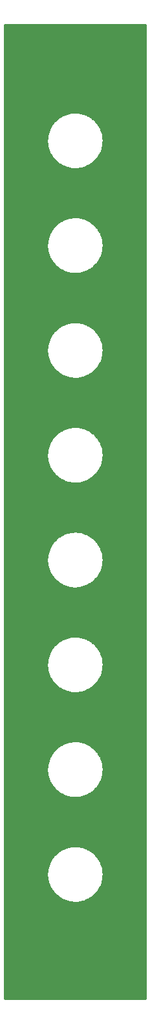
<source format=gbr>
%TF.GenerationSoftware,KiCad,Pcbnew,(5.1.6-0)*%
%TF.CreationDate,2020-10-27T20:15:33-07:00*%
%TF.ProjectId,panel_board,70616e65-6c5f-4626-9f61-72642e6b6963,rev?*%
%TF.SameCoordinates,Original*%
%TF.FileFunction,Copper,L1,Top*%
%TF.FilePolarity,Positive*%
%FSLAX46Y46*%
G04 Gerber Fmt 4.6, Leading zero omitted, Abs format (unit mm)*
G04 Created by KiCad (PCBNEW (5.1.6-0)) date 2020-10-27 20:15:33*
%MOMM*%
%LPD*%
G01*
G04 APERTURE LIST*
%TA.AperFunction,ComponentPad*%
%ADD10C,4.200000*%
%TD*%
%TA.AperFunction,Conductor*%
%ADD11C,0.254000*%
%TD*%
G04 APERTURE END LIST*
D10*
%TO.P,H1,1*%
%TO.N,GND*%
X107020000Y-35920000D03*
%TD*%
%TO.P,H2,1*%
%TO.N,GND*%
X107000000Y-158430000D03*
%TD*%
D11*
%TO.N,GND*%
G36*
X118735699Y-160660284D02*
G01*
X100282402Y-160660284D01*
X100282402Y-144362640D01*
X105819351Y-144362640D01*
X105819430Y-144372902D01*
X105822601Y-144588297D01*
X105825032Y-144609824D01*
X105824508Y-144631482D01*
X105825333Y-144641711D01*
X105844115Y-144855806D01*
X105848093Y-144877032D01*
X105849137Y-144898597D01*
X105850702Y-144908740D01*
X105884923Y-145120667D01*
X105890422Y-145141522D01*
X105893023Y-145162926D01*
X105895318Y-145172929D01*
X105944803Y-145381818D01*
X105951807Y-145402244D01*
X105955959Y-145423432D01*
X105958974Y-145433241D01*
X106023552Y-145638228D01*
X106032049Y-145658162D01*
X106037748Y-145679056D01*
X106041468Y-145688620D01*
X106120966Y-145888833D01*
X106130942Y-145908197D01*
X106138191Y-145928731D01*
X106142600Y-145937998D01*
X106236846Y-146132569D01*
X106248283Y-146151273D01*
X106257079Y-146171354D01*
X106262156Y-146180272D01*
X106370975Y-146368334D01*
X106383858Y-146386292D01*
X106394195Y-146405821D01*
X106399917Y-146414340D01*
X106523140Y-146595024D01*
X106537424Y-146612111D01*
X106549279Y-146630968D01*
X106555619Y-146639038D01*
X106693069Y-146811477D01*
X106708715Y-146827589D01*
X106722046Y-146845638D01*
X106728972Y-146853211D01*
X106880480Y-147016535D01*
X106897314Y-147031454D01*
X106911992Y-147048489D01*
X106919466Y-147055521D01*
X107082789Y-147207026D01*
X107100658Y-147220615D01*
X107116540Y-147236473D01*
X107124519Y-147242926D01*
X107296959Y-147380377D01*
X107315650Y-147392495D01*
X107332539Y-147407019D01*
X107340977Y-147412860D01*
X107521661Y-147536081D01*
X107541045Y-147546690D01*
X107558815Y-147559818D01*
X107567661Y-147565020D01*
X107755724Y-147673841D01*
X107775688Y-147682920D01*
X107794227Y-147694615D01*
X107803431Y-147699154D01*
X107998002Y-147793399D01*
X108018440Y-147800937D01*
X108037654Y-147811177D01*
X108047165Y-147815031D01*
X108247378Y-147894529D01*
X108268200Y-147900522D01*
X108288004Y-147909292D01*
X108297770Y-147912444D01*
X108502755Y-147977023D01*
X108523890Y-147981471D01*
X108544207Y-147988757D01*
X108554176Y-147991193D01*
X108763067Y-148040679D01*
X108784440Y-148043579D01*
X108805215Y-148049369D01*
X108815334Y-148051076D01*
X109027260Y-148085296D01*
X109048818Y-148086642D01*
X109069975Y-148090913D01*
X109080191Y-148091882D01*
X109294286Y-148110664D01*
X109315952Y-148110442D01*
X109337436Y-148113173D01*
X109347696Y-148113396D01*
X109563091Y-148116568D01*
X109584796Y-148114762D01*
X109606542Y-148115923D01*
X109616791Y-148115396D01*
X109832618Y-148102784D01*
X109854278Y-148099375D01*
X109876198Y-148098933D01*
X109886381Y-148097655D01*
X110101770Y-148069087D01*
X110123288Y-148064058D01*
X110145286Y-148061981D01*
X110155346Y-148059954D01*
X110369431Y-148015257D01*
X110390690Y-148008598D01*
X110412648Y-148004861D01*
X110422530Y-148002091D01*
X110634443Y-147941092D01*
X110655301Y-147932809D01*
X110677085Y-147927398D01*
X110686731Y-147923897D01*
X110895602Y-147846424D01*
X110915827Y-147836581D01*
X110937190Y-147829537D01*
X110946546Y-147825323D01*
X111149022Y-147732409D01*
X111168410Y-147721102D01*
X111189140Y-147712498D01*
X111198155Y-147707595D01*
X111391132Y-147600883D01*
X111409484Y-147588250D01*
X111429364Y-147578205D01*
X111437989Y-147572645D01*
X111620975Y-147452870D01*
X111638195Y-147439021D01*
X111657123Y-147427628D01*
X111665314Y-147421446D01*
X111837819Y-147289343D01*
X111853845Y-147274375D01*
X111871748Y-147261720D01*
X111879463Y-147254953D01*
X112040993Y-147111259D01*
X112055777Y-147095263D01*
X112072591Y-147081430D01*
X112079791Y-147074118D01*
X112229857Y-146919568D01*
X112243365Y-146902620D01*
X112259043Y-146887683D01*
X112265693Y-146879867D01*
X112403800Y-146715198D01*
X112415995Y-146697379D01*
X112430504Y-146681393D01*
X112436569Y-146673115D01*
X112562227Y-146499062D01*
X112573084Y-146480428D01*
X112586386Y-146463447D01*
X112591836Y-146454751D01*
X112704551Y-146272051D01*
X112714039Y-146252659D01*
X112726087Y-146234740D01*
X112730891Y-146225672D01*
X112830174Y-146035061D01*
X112838258Y-146014966D01*
X112849007Y-145996154D01*
X112853139Y-145986760D01*
X112938497Y-145788975D01*
X112945136Y-145768227D01*
X112954528Y-145748585D01*
X112957964Y-145738915D01*
X113028905Y-145534691D01*
X113034045Y-145513371D01*
X113042023Y-145492956D01*
X113044739Y-145483060D01*
X113100772Y-145273133D01*
X113104360Y-145251327D01*
X113110860Y-145230209D01*
X113112838Y-145220139D01*
X113153470Y-145005244D01*
X113155453Y-144983053D01*
X113160402Y-144961344D01*
X113161625Y-144951155D01*
X113186366Y-144732031D01*
X113186696Y-144709585D01*
X113190033Y-144687388D01*
X113190490Y-144677136D01*
X113198846Y-144454517D01*
X113197206Y-144427318D01*
X113198873Y-144400133D01*
X113198428Y-144389881D01*
X113183170Y-144087717D01*
X113178441Y-144056042D01*
X113177169Y-144024048D01*
X113175692Y-144013893D01*
X113130908Y-143720457D01*
X113123079Y-143689692D01*
X113118652Y-143658272D01*
X113116166Y-143648316D01*
X113043343Y-143365095D01*
X113032606Y-143335627D01*
X113025178Y-143305163D01*
X113021719Y-143295501D01*
X112922340Y-143023980D01*
X112908917Y-142996093D01*
X112898681Y-142966898D01*
X112894292Y-142957621D01*
X112769845Y-142699285D01*
X112753960Y-142673181D01*
X112741105Y-142645460D01*
X112735838Y-142636653D01*
X112587808Y-142392987D01*
X112569655Y-142368791D01*
X112554355Y-142342701D01*
X112548267Y-142334439D01*
X112378138Y-142106929D01*
X112357881Y-142084736D01*
X112340280Y-142060391D01*
X112333431Y-142052749D01*
X112142690Y-141842881D01*
X112120461Y-141822772D01*
X112100664Y-141800264D01*
X112093118Y-141793309D01*
X111883249Y-141602567D01*
X111859145Y-141584623D01*
X111837243Y-141564063D01*
X111829068Y-141557860D01*
X111601559Y-141387732D01*
X111575686Y-141372069D01*
X111551748Y-141353582D01*
X111543015Y-141348192D01*
X111299348Y-141200161D01*
X111271803Y-141186917D01*
X111245926Y-141170671D01*
X111236712Y-141166152D01*
X110978376Y-141041705D01*
X110949313Y-141031058D01*
X110921627Y-141017252D01*
X110912015Y-141013657D01*
X110640494Y-140914279D01*
X110610133Y-140906426D01*
X110580826Y-140895281D01*
X110570905Y-140892656D01*
X110287684Y-140819832D01*
X110256314Y-140814964D01*
X110225674Y-140806710D01*
X110215541Y-140805090D01*
X109922106Y-140760306D01*
X109890117Y-140758586D01*
X109858524Y-140753418D01*
X109848279Y-140752828D01*
X109563626Y-140738455D01*
X109545156Y-140736636D01*
X109472946Y-140736636D01*
X109459207Y-140737989D01*
X109258866Y-140745508D01*
X109236618Y-140748536D01*
X109214172Y-140748552D01*
X109203967Y-140749632D01*
X108984843Y-140774373D01*
X108963063Y-140779019D01*
X108940850Y-140780692D01*
X108930754Y-140782528D01*
X108715859Y-140823160D01*
X108694644Y-140829367D01*
X108672798Y-140832649D01*
X108662865Y-140835226D01*
X108452938Y-140891259D01*
X108432407Y-140898954D01*
X108411025Y-140903794D01*
X108401307Y-140907093D01*
X108197083Y-140978034D01*
X108177304Y-140987155D01*
X108156473Y-140993501D01*
X108147023Y-140997501D01*
X107949238Y-141082859D01*
X107930278Y-141093344D01*
X107910071Y-141101147D01*
X107900937Y-141105824D01*
X107710326Y-141205107D01*
X107692238Y-141216904D01*
X107672716Y-141226121D01*
X107663945Y-141231448D01*
X107481245Y-141344165D01*
X107464080Y-141357228D01*
X107445300Y-141367822D01*
X107436937Y-141373770D01*
X107262886Y-141499427D01*
X107246694Y-141513716D01*
X107228709Y-141525659D01*
X107220800Y-141532198D01*
X107056131Y-141670305D01*
X107040969Y-141685781D01*
X107023843Y-141699044D01*
X107016430Y-141706141D01*
X106861880Y-141856207D01*
X106847811Y-141872830D01*
X106831613Y-141887386D01*
X106824739Y-141895005D01*
X106681045Y-142056535D01*
X106668138Y-142074264D01*
X106652952Y-142090075D01*
X106646655Y-142098179D01*
X106514552Y-142270684D01*
X106502892Y-142289457D01*
X106488809Y-142306476D01*
X106483128Y-142315023D01*
X106363353Y-142498009D01*
X106353030Y-142517748D01*
X106340144Y-142535920D01*
X106335115Y-142544866D01*
X106228403Y-142737843D01*
X106219508Y-142758457D01*
X106207932Y-142777684D01*
X106203586Y-142786981D01*
X106110675Y-142989457D01*
X106103335Y-143010713D01*
X106093212Y-143030797D01*
X106089576Y-143040393D01*
X106012103Y-143249263D01*
X106006387Y-143270972D01*
X105997814Y-143291712D01*
X105994906Y-143301554D01*
X105933907Y-143513466D01*
X105929863Y-143535373D01*
X105922908Y-143556536D01*
X105920741Y-143566566D01*
X105876044Y-143780652D01*
X105873660Y-143802624D01*
X105868332Y-143824064D01*
X105866911Y-143834228D01*
X105838343Y-144049617D01*
X105837595Y-144071531D01*
X105833884Y-144093140D01*
X105833214Y-144103380D01*
X105820602Y-144319206D01*
X105821459Y-144340968D01*
X105819351Y-144362640D01*
X100282402Y-144362640D01*
X100282402Y-130697270D01*
X105819351Y-130697270D01*
X105819430Y-130707532D01*
X105822601Y-130922927D01*
X105825032Y-130944454D01*
X105824508Y-130966112D01*
X105825333Y-130976341D01*
X105844115Y-131190436D01*
X105848093Y-131211662D01*
X105849137Y-131233227D01*
X105850702Y-131243370D01*
X105884923Y-131455297D01*
X105890422Y-131476152D01*
X105893023Y-131497556D01*
X105895318Y-131507559D01*
X105944803Y-131716448D01*
X105951807Y-131736874D01*
X105955959Y-131758062D01*
X105958974Y-131767871D01*
X106023552Y-131972858D01*
X106032049Y-131992792D01*
X106037748Y-132013686D01*
X106041468Y-132023250D01*
X106120966Y-132223463D01*
X106130942Y-132242827D01*
X106138191Y-132263361D01*
X106142600Y-132272628D01*
X106236846Y-132467199D01*
X106248283Y-132485903D01*
X106257079Y-132505984D01*
X106262156Y-132514902D01*
X106370975Y-132702964D01*
X106383858Y-132720922D01*
X106394195Y-132740451D01*
X106399917Y-132748970D01*
X106523140Y-132929654D01*
X106537424Y-132946741D01*
X106549279Y-132965598D01*
X106555619Y-132973668D01*
X106693069Y-133146107D01*
X106708715Y-133162219D01*
X106722046Y-133180268D01*
X106728972Y-133187841D01*
X106880480Y-133351165D01*
X106897314Y-133366084D01*
X106911992Y-133383119D01*
X106919466Y-133390151D01*
X107082789Y-133541656D01*
X107100658Y-133555245D01*
X107116540Y-133571103D01*
X107124519Y-133577556D01*
X107296959Y-133715007D01*
X107315650Y-133727125D01*
X107332539Y-133741649D01*
X107340977Y-133747490D01*
X107521661Y-133870711D01*
X107541045Y-133881320D01*
X107558815Y-133894448D01*
X107567661Y-133899650D01*
X107755724Y-134008471D01*
X107775688Y-134017550D01*
X107794227Y-134029245D01*
X107803431Y-134033784D01*
X107998002Y-134128029D01*
X108018440Y-134135567D01*
X108037654Y-134145807D01*
X108047165Y-134149661D01*
X108247378Y-134229159D01*
X108268200Y-134235152D01*
X108288004Y-134243922D01*
X108297770Y-134247074D01*
X108502755Y-134311653D01*
X108523890Y-134316101D01*
X108544207Y-134323387D01*
X108554176Y-134325823D01*
X108763067Y-134375309D01*
X108784440Y-134378209D01*
X108805215Y-134383999D01*
X108815334Y-134385706D01*
X109027260Y-134419926D01*
X109048818Y-134421272D01*
X109069975Y-134425543D01*
X109080191Y-134426512D01*
X109294286Y-134445294D01*
X109315952Y-134445072D01*
X109337436Y-134447803D01*
X109347696Y-134448026D01*
X109563091Y-134451198D01*
X109584796Y-134449392D01*
X109606542Y-134450553D01*
X109616791Y-134450026D01*
X109832618Y-134437414D01*
X109854278Y-134434005D01*
X109876198Y-134433563D01*
X109886381Y-134432285D01*
X110101770Y-134403717D01*
X110123288Y-134398688D01*
X110145286Y-134396611D01*
X110155346Y-134394584D01*
X110369431Y-134349887D01*
X110390690Y-134343228D01*
X110412648Y-134339491D01*
X110422530Y-134336721D01*
X110634443Y-134275722D01*
X110655301Y-134267439D01*
X110677085Y-134262028D01*
X110686731Y-134258527D01*
X110895602Y-134181054D01*
X110915827Y-134171211D01*
X110937190Y-134164167D01*
X110946546Y-134159953D01*
X111149022Y-134067039D01*
X111168410Y-134055732D01*
X111189140Y-134047128D01*
X111198155Y-134042225D01*
X111391132Y-133935513D01*
X111409484Y-133922880D01*
X111429364Y-133912835D01*
X111437989Y-133907275D01*
X111620975Y-133787500D01*
X111638195Y-133773651D01*
X111657123Y-133762258D01*
X111665314Y-133756076D01*
X111837819Y-133623973D01*
X111853845Y-133609005D01*
X111871748Y-133596350D01*
X111879463Y-133589583D01*
X112040993Y-133445889D01*
X112055777Y-133429893D01*
X112072591Y-133416060D01*
X112079791Y-133408748D01*
X112229857Y-133254198D01*
X112243365Y-133237250D01*
X112259043Y-133222313D01*
X112265693Y-133214497D01*
X112403800Y-133049828D01*
X112415995Y-133032009D01*
X112430504Y-133016023D01*
X112436569Y-133007745D01*
X112562227Y-132833692D01*
X112573084Y-132815058D01*
X112586386Y-132798077D01*
X112591836Y-132789381D01*
X112704551Y-132606681D01*
X112714039Y-132587289D01*
X112726087Y-132569370D01*
X112730891Y-132560302D01*
X112830174Y-132369691D01*
X112838258Y-132349596D01*
X112849007Y-132330784D01*
X112853139Y-132321390D01*
X112938497Y-132123605D01*
X112945136Y-132102857D01*
X112954528Y-132083215D01*
X112957964Y-132073545D01*
X113028905Y-131869321D01*
X113034045Y-131848001D01*
X113042023Y-131827586D01*
X113044739Y-131817690D01*
X113100772Y-131607763D01*
X113104360Y-131585957D01*
X113110860Y-131564839D01*
X113112838Y-131554769D01*
X113153470Y-131339874D01*
X113155453Y-131317683D01*
X113160402Y-131295974D01*
X113161625Y-131285785D01*
X113186366Y-131066661D01*
X113186696Y-131044215D01*
X113190033Y-131022018D01*
X113190490Y-131011766D01*
X113198846Y-130789147D01*
X113197206Y-130761948D01*
X113198873Y-130734763D01*
X113198428Y-130724511D01*
X113183170Y-130422347D01*
X113178441Y-130390672D01*
X113177169Y-130358678D01*
X113175692Y-130348523D01*
X113130908Y-130055087D01*
X113123079Y-130024322D01*
X113118652Y-129992902D01*
X113116166Y-129982946D01*
X113043343Y-129699725D01*
X113032606Y-129670257D01*
X113025178Y-129639793D01*
X113021719Y-129630131D01*
X112922340Y-129358610D01*
X112908917Y-129330723D01*
X112898681Y-129301528D01*
X112894292Y-129292251D01*
X112769845Y-129033915D01*
X112753960Y-129007811D01*
X112741105Y-128980090D01*
X112735838Y-128971283D01*
X112587808Y-128727617D01*
X112569655Y-128703421D01*
X112554355Y-128677331D01*
X112548267Y-128669069D01*
X112378138Y-128441559D01*
X112357881Y-128419366D01*
X112340280Y-128395021D01*
X112333431Y-128387379D01*
X112142690Y-128177511D01*
X112120461Y-128157402D01*
X112100664Y-128134894D01*
X112093118Y-128127939D01*
X111883249Y-127937197D01*
X111859145Y-127919253D01*
X111837243Y-127898693D01*
X111829068Y-127892490D01*
X111601559Y-127722362D01*
X111575686Y-127706699D01*
X111551748Y-127688212D01*
X111543015Y-127682822D01*
X111299348Y-127534791D01*
X111271803Y-127521547D01*
X111245926Y-127505301D01*
X111236712Y-127500782D01*
X110978376Y-127376335D01*
X110949313Y-127365688D01*
X110921627Y-127351882D01*
X110912015Y-127348287D01*
X110640494Y-127248909D01*
X110610133Y-127241056D01*
X110580826Y-127229911D01*
X110570905Y-127227286D01*
X110287684Y-127154462D01*
X110256314Y-127149594D01*
X110225674Y-127141340D01*
X110215541Y-127139720D01*
X109922106Y-127094936D01*
X109890117Y-127093216D01*
X109858524Y-127088048D01*
X109848279Y-127087458D01*
X109563626Y-127073085D01*
X109545156Y-127071266D01*
X109472946Y-127071266D01*
X109459207Y-127072619D01*
X109258866Y-127080138D01*
X109236618Y-127083166D01*
X109214172Y-127083182D01*
X109203967Y-127084262D01*
X108984843Y-127109003D01*
X108963063Y-127113649D01*
X108940850Y-127115322D01*
X108930754Y-127117158D01*
X108715859Y-127157790D01*
X108694644Y-127163997D01*
X108672798Y-127167279D01*
X108662865Y-127169856D01*
X108452938Y-127225889D01*
X108432407Y-127233584D01*
X108411025Y-127238424D01*
X108401307Y-127241723D01*
X108197083Y-127312664D01*
X108177304Y-127321785D01*
X108156473Y-127328131D01*
X108147023Y-127332131D01*
X107949238Y-127417489D01*
X107930278Y-127427974D01*
X107910071Y-127435777D01*
X107900937Y-127440454D01*
X107710326Y-127539737D01*
X107692238Y-127551534D01*
X107672716Y-127560751D01*
X107663945Y-127566078D01*
X107481245Y-127678795D01*
X107464080Y-127691858D01*
X107445300Y-127702452D01*
X107436937Y-127708400D01*
X107262886Y-127834057D01*
X107246694Y-127848346D01*
X107228709Y-127860289D01*
X107220800Y-127866828D01*
X107056131Y-128004935D01*
X107040969Y-128020411D01*
X107023843Y-128033674D01*
X107016430Y-128040771D01*
X106861880Y-128190837D01*
X106847811Y-128207460D01*
X106831613Y-128222016D01*
X106824739Y-128229635D01*
X106681045Y-128391165D01*
X106668138Y-128408894D01*
X106652952Y-128424705D01*
X106646655Y-128432809D01*
X106514552Y-128605314D01*
X106502892Y-128624087D01*
X106488809Y-128641106D01*
X106483128Y-128649653D01*
X106363353Y-128832639D01*
X106353030Y-128852378D01*
X106340144Y-128870550D01*
X106335115Y-128879496D01*
X106228403Y-129072473D01*
X106219508Y-129093087D01*
X106207932Y-129112314D01*
X106203586Y-129121611D01*
X106110675Y-129324087D01*
X106103335Y-129345343D01*
X106093212Y-129365427D01*
X106089576Y-129375023D01*
X106012103Y-129583893D01*
X106006387Y-129605602D01*
X105997814Y-129626342D01*
X105994906Y-129636184D01*
X105933907Y-129848096D01*
X105929863Y-129870003D01*
X105922908Y-129891166D01*
X105920741Y-129901196D01*
X105876044Y-130115282D01*
X105873660Y-130137254D01*
X105868332Y-130158694D01*
X105866911Y-130168858D01*
X105838343Y-130384247D01*
X105837595Y-130406161D01*
X105833884Y-130427770D01*
X105833214Y-130438010D01*
X105820602Y-130653836D01*
X105821459Y-130675598D01*
X105819351Y-130697270D01*
X100282402Y-130697270D01*
X100282402Y-117031950D01*
X105819351Y-117031950D01*
X105819430Y-117042212D01*
X105822601Y-117257607D01*
X105825032Y-117279134D01*
X105824508Y-117300792D01*
X105825333Y-117311021D01*
X105844115Y-117525116D01*
X105848093Y-117546342D01*
X105849137Y-117567907D01*
X105850702Y-117578050D01*
X105884923Y-117789977D01*
X105890422Y-117810832D01*
X105893023Y-117832236D01*
X105895318Y-117842239D01*
X105944803Y-118051128D01*
X105951807Y-118071554D01*
X105955959Y-118092742D01*
X105958974Y-118102551D01*
X106023552Y-118307538D01*
X106032049Y-118327472D01*
X106037748Y-118348366D01*
X106041468Y-118357930D01*
X106120966Y-118558143D01*
X106130942Y-118577507D01*
X106138191Y-118598041D01*
X106142600Y-118607308D01*
X106236846Y-118801879D01*
X106248283Y-118820583D01*
X106257079Y-118840664D01*
X106262156Y-118849582D01*
X106370975Y-119037644D01*
X106383858Y-119055602D01*
X106394195Y-119075131D01*
X106399917Y-119083650D01*
X106523140Y-119264334D01*
X106537424Y-119281421D01*
X106549279Y-119300278D01*
X106555619Y-119308348D01*
X106693069Y-119480787D01*
X106708715Y-119496899D01*
X106722046Y-119514948D01*
X106728972Y-119522521D01*
X106880480Y-119685845D01*
X106897314Y-119700764D01*
X106911992Y-119717799D01*
X106919466Y-119724831D01*
X107082789Y-119876336D01*
X107100658Y-119889925D01*
X107116540Y-119905783D01*
X107124519Y-119912236D01*
X107296959Y-120049687D01*
X107315650Y-120061805D01*
X107332539Y-120076329D01*
X107340977Y-120082170D01*
X107521661Y-120205391D01*
X107541045Y-120216000D01*
X107558815Y-120229128D01*
X107567661Y-120234330D01*
X107755724Y-120343151D01*
X107775688Y-120352230D01*
X107794227Y-120363925D01*
X107803431Y-120368464D01*
X107998002Y-120462709D01*
X108018440Y-120470247D01*
X108037654Y-120480487D01*
X108047165Y-120484341D01*
X108247378Y-120563839D01*
X108268200Y-120569832D01*
X108288004Y-120578602D01*
X108297770Y-120581754D01*
X108502755Y-120646333D01*
X108523890Y-120650781D01*
X108544207Y-120658067D01*
X108554176Y-120660503D01*
X108763067Y-120709989D01*
X108784440Y-120712889D01*
X108805215Y-120718679D01*
X108815334Y-120720386D01*
X109027260Y-120754606D01*
X109048818Y-120755952D01*
X109069975Y-120760223D01*
X109080191Y-120761192D01*
X109294286Y-120779974D01*
X109315952Y-120779752D01*
X109337436Y-120782483D01*
X109347696Y-120782706D01*
X109563091Y-120785878D01*
X109584796Y-120784072D01*
X109606542Y-120785233D01*
X109616791Y-120784706D01*
X109832618Y-120772094D01*
X109854278Y-120768685D01*
X109876198Y-120768243D01*
X109886381Y-120766965D01*
X110101770Y-120738397D01*
X110123288Y-120733368D01*
X110145286Y-120731291D01*
X110155346Y-120729264D01*
X110369431Y-120684567D01*
X110390690Y-120677908D01*
X110412648Y-120674171D01*
X110422530Y-120671401D01*
X110634443Y-120610402D01*
X110655301Y-120602119D01*
X110677085Y-120596708D01*
X110686731Y-120593207D01*
X110895602Y-120515734D01*
X110915827Y-120505891D01*
X110937190Y-120498847D01*
X110946546Y-120494633D01*
X111149022Y-120401719D01*
X111168410Y-120390412D01*
X111189140Y-120381808D01*
X111198155Y-120376905D01*
X111391132Y-120270193D01*
X111409484Y-120257560D01*
X111429364Y-120247515D01*
X111437989Y-120241955D01*
X111620975Y-120122180D01*
X111638195Y-120108331D01*
X111657123Y-120096938D01*
X111665314Y-120090756D01*
X111837819Y-119958653D01*
X111853845Y-119943685D01*
X111871748Y-119931030D01*
X111879463Y-119924263D01*
X112040993Y-119780569D01*
X112055777Y-119764573D01*
X112072591Y-119750740D01*
X112079791Y-119743428D01*
X112229857Y-119588878D01*
X112243365Y-119571930D01*
X112259043Y-119556993D01*
X112265693Y-119549177D01*
X112403800Y-119384508D01*
X112415995Y-119366689D01*
X112430504Y-119350703D01*
X112436569Y-119342425D01*
X112562227Y-119168372D01*
X112573084Y-119149738D01*
X112586386Y-119132757D01*
X112591836Y-119124061D01*
X112704551Y-118941361D01*
X112714039Y-118921969D01*
X112726087Y-118904050D01*
X112730891Y-118894982D01*
X112830174Y-118704371D01*
X112838258Y-118684276D01*
X112849007Y-118665464D01*
X112853139Y-118656070D01*
X112938497Y-118458285D01*
X112945136Y-118437537D01*
X112954528Y-118417895D01*
X112957964Y-118408225D01*
X113028905Y-118204001D01*
X113034045Y-118182681D01*
X113042023Y-118162266D01*
X113044739Y-118152370D01*
X113100772Y-117942443D01*
X113104360Y-117920637D01*
X113110860Y-117899519D01*
X113112838Y-117889449D01*
X113153470Y-117674554D01*
X113155453Y-117652363D01*
X113160402Y-117630654D01*
X113161625Y-117620465D01*
X113186366Y-117401341D01*
X113186696Y-117378895D01*
X113190033Y-117356698D01*
X113190490Y-117346446D01*
X113198846Y-117123827D01*
X113197206Y-117096628D01*
X113198873Y-117069443D01*
X113198428Y-117059191D01*
X113183170Y-116757027D01*
X113178441Y-116725352D01*
X113177169Y-116693358D01*
X113175692Y-116683203D01*
X113130908Y-116389767D01*
X113123079Y-116359002D01*
X113118652Y-116327582D01*
X113116166Y-116317626D01*
X113043343Y-116034405D01*
X113032606Y-116004937D01*
X113025178Y-115974473D01*
X113021719Y-115964811D01*
X112922340Y-115693290D01*
X112908917Y-115665403D01*
X112898681Y-115636208D01*
X112894292Y-115626931D01*
X112769845Y-115368595D01*
X112753960Y-115342491D01*
X112741105Y-115314770D01*
X112735838Y-115305963D01*
X112587808Y-115062297D01*
X112569655Y-115038101D01*
X112554355Y-115012011D01*
X112548267Y-115003749D01*
X112378138Y-114776239D01*
X112357881Y-114754046D01*
X112340280Y-114729701D01*
X112333431Y-114722059D01*
X112142690Y-114512191D01*
X112120461Y-114492082D01*
X112100664Y-114469574D01*
X112093118Y-114462619D01*
X111883249Y-114271877D01*
X111859145Y-114253933D01*
X111837243Y-114233373D01*
X111829068Y-114227170D01*
X111601559Y-114057042D01*
X111575686Y-114041379D01*
X111551748Y-114022892D01*
X111543015Y-114017502D01*
X111299348Y-113869471D01*
X111271803Y-113856227D01*
X111245926Y-113839981D01*
X111236712Y-113835462D01*
X110978376Y-113711015D01*
X110949313Y-113700368D01*
X110921627Y-113686562D01*
X110912015Y-113682967D01*
X110640494Y-113583589D01*
X110610133Y-113575736D01*
X110580826Y-113564591D01*
X110570905Y-113561966D01*
X110287684Y-113489142D01*
X110256314Y-113484274D01*
X110225674Y-113476020D01*
X110215541Y-113474400D01*
X109922106Y-113429616D01*
X109890117Y-113427896D01*
X109858524Y-113422728D01*
X109848279Y-113422138D01*
X109563626Y-113407765D01*
X109545156Y-113405946D01*
X109472946Y-113405946D01*
X109459207Y-113407299D01*
X109258866Y-113414818D01*
X109236618Y-113417846D01*
X109214172Y-113417862D01*
X109203967Y-113418942D01*
X108984843Y-113443683D01*
X108963063Y-113448329D01*
X108940850Y-113450002D01*
X108930754Y-113451838D01*
X108715859Y-113492470D01*
X108694644Y-113498677D01*
X108672798Y-113501959D01*
X108662865Y-113504536D01*
X108452938Y-113560569D01*
X108432407Y-113568264D01*
X108411025Y-113573104D01*
X108401307Y-113576403D01*
X108197083Y-113647344D01*
X108177304Y-113656465D01*
X108156473Y-113662811D01*
X108147023Y-113666811D01*
X107949238Y-113752169D01*
X107930278Y-113762654D01*
X107910071Y-113770457D01*
X107900937Y-113775134D01*
X107710326Y-113874417D01*
X107692238Y-113886214D01*
X107672716Y-113895431D01*
X107663945Y-113900758D01*
X107481245Y-114013475D01*
X107464080Y-114026538D01*
X107445300Y-114037132D01*
X107436937Y-114043080D01*
X107262886Y-114168737D01*
X107246694Y-114183026D01*
X107228709Y-114194969D01*
X107220800Y-114201508D01*
X107056131Y-114339615D01*
X107040969Y-114355091D01*
X107023843Y-114368354D01*
X107016430Y-114375451D01*
X106861880Y-114525517D01*
X106847811Y-114542140D01*
X106831613Y-114556696D01*
X106824739Y-114564315D01*
X106681045Y-114725845D01*
X106668138Y-114743574D01*
X106652952Y-114759385D01*
X106646655Y-114767489D01*
X106514552Y-114939994D01*
X106502892Y-114958767D01*
X106488809Y-114975786D01*
X106483128Y-114984333D01*
X106363353Y-115167319D01*
X106353030Y-115187058D01*
X106340144Y-115205230D01*
X106335115Y-115214176D01*
X106228403Y-115407153D01*
X106219508Y-115427767D01*
X106207932Y-115446994D01*
X106203586Y-115456291D01*
X106110675Y-115658767D01*
X106103335Y-115680023D01*
X106093212Y-115700107D01*
X106089576Y-115709703D01*
X106012103Y-115918573D01*
X106006387Y-115940282D01*
X105997814Y-115961022D01*
X105994906Y-115970864D01*
X105933907Y-116182776D01*
X105929863Y-116204683D01*
X105922908Y-116225846D01*
X105920741Y-116235876D01*
X105876044Y-116449962D01*
X105873660Y-116471934D01*
X105868332Y-116493374D01*
X105866911Y-116503538D01*
X105838343Y-116718927D01*
X105837595Y-116740841D01*
X105833884Y-116762450D01*
X105833214Y-116772690D01*
X105820602Y-116988516D01*
X105821459Y-117010278D01*
X105819351Y-117031950D01*
X100282402Y-117031950D01*
X100282402Y-103366640D01*
X105819351Y-103366640D01*
X105819430Y-103376902D01*
X105822601Y-103592297D01*
X105825032Y-103613824D01*
X105824508Y-103635482D01*
X105825333Y-103645711D01*
X105844115Y-103859806D01*
X105848093Y-103881032D01*
X105849137Y-103902597D01*
X105850702Y-103912740D01*
X105884923Y-104124667D01*
X105890422Y-104145522D01*
X105893023Y-104166926D01*
X105895318Y-104176929D01*
X105944803Y-104385818D01*
X105951807Y-104406244D01*
X105955959Y-104427432D01*
X105958974Y-104437241D01*
X106023552Y-104642228D01*
X106032049Y-104662162D01*
X106037748Y-104683056D01*
X106041468Y-104692620D01*
X106120966Y-104892833D01*
X106130942Y-104912197D01*
X106138191Y-104932731D01*
X106142600Y-104941998D01*
X106236846Y-105136569D01*
X106248283Y-105155273D01*
X106257079Y-105175354D01*
X106262156Y-105184272D01*
X106370975Y-105372334D01*
X106383858Y-105390292D01*
X106394195Y-105409821D01*
X106399917Y-105418340D01*
X106523140Y-105599024D01*
X106537424Y-105616111D01*
X106549279Y-105634968D01*
X106555619Y-105643038D01*
X106693069Y-105815477D01*
X106708715Y-105831589D01*
X106722046Y-105849638D01*
X106728972Y-105857211D01*
X106880480Y-106020535D01*
X106897314Y-106035454D01*
X106911992Y-106052489D01*
X106919466Y-106059521D01*
X107082789Y-106211026D01*
X107100658Y-106224615D01*
X107116540Y-106240473D01*
X107124519Y-106246926D01*
X107296959Y-106384377D01*
X107315650Y-106396495D01*
X107332539Y-106411019D01*
X107340977Y-106416860D01*
X107521661Y-106540081D01*
X107541045Y-106550690D01*
X107558815Y-106563818D01*
X107567661Y-106569020D01*
X107755724Y-106677841D01*
X107775688Y-106686920D01*
X107794227Y-106698615D01*
X107803431Y-106703154D01*
X107998002Y-106797399D01*
X108018440Y-106804937D01*
X108037654Y-106815177D01*
X108047165Y-106819031D01*
X108247378Y-106898529D01*
X108268200Y-106904522D01*
X108288004Y-106913292D01*
X108297770Y-106916444D01*
X108502755Y-106981023D01*
X108523890Y-106985471D01*
X108544207Y-106992757D01*
X108554176Y-106995193D01*
X108763067Y-107044679D01*
X108784440Y-107047579D01*
X108805215Y-107053369D01*
X108815334Y-107055076D01*
X109027260Y-107089296D01*
X109048818Y-107090642D01*
X109069975Y-107094913D01*
X109080191Y-107095882D01*
X109294286Y-107114664D01*
X109315952Y-107114442D01*
X109337436Y-107117173D01*
X109347696Y-107117396D01*
X109563091Y-107120568D01*
X109584796Y-107118762D01*
X109606542Y-107119923D01*
X109616791Y-107119396D01*
X109832618Y-107106784D01*
X109854278Y-107103375D01*
X109876198Y-107102933D01*
X109886381Y-107101655D01*
X110101770Y-107073087D01*
X110123288Y-107068058D01*
X110145286Y-107065981D01*
X110155346Y-107063954D01*
X110369431Y-107019257D01*
X110390690Y-107012598D01*
X110412648Y-107008861D01*
X110422530Y-107006091D01*
X110634443Y-106945092D01*
X110655301Y-106936809D01*
X110677085Y-106931398D01*
X110686731Y-106927897D01*
X110895602Y-106850424D01*
X110915827Y-106840581D01*
X110937190Y-106833537D01*
X110946546Y-106829323D01*
X111149022Y-106736409D01*
X111168410Y-106725102D01*
X111189140Y-106716498D01*
X111198155Y-106711595D01*
X111391132Y-106604883D01*
X111409484Y-106592250D01*
X111429364Y-106582205D01*
X111437989Y-106576645D01*
X111620975Y-106456870D01*
X111638195Y-106443021D01*
X111657123Y-106431628D01*
X111665314Y-106425446D01*
X111837819Y-106293343D01*
X111853845Y-106278375D01*
X111871748Y-106265720D01*
X111879463Y-106258953D01*
X112040993Y-106115259D01*
X112055777Y-106099263D01*
X112072591Y-106085430D01*
X112079791Y-106078118D01*
X112229857Y-105923568D01*
X112243365Y-105906620D01*
X112259043Y-105891683D01*
X112265693Y-105883867D01*
X112403800Y-105719198D01*
X112415995Y-105701379D01*
X112430504Y-105685393D01*
X112436569Y-105677115D01*
X112562227Y-105503062D01*
X112573084Y-105484428D01*
X112586386Y-105467447D01*
X112591836Y-105458751D01*
X112704551Y-105276051D01*
X112714039Y-105256659D01*
X112726087Y-105238740D01*
X112730891Y-105229672D01*
X112830174Y-105039061D01*
X112838258Y-105018966D01*
X112849007Y-105000154D01*
X112853139Y-104990760D01*
X112938497Y-104792975D01*
X112945136Y-104772227D01*
X112954528Y-104752585D01*
X112957964Y-104742915D01*
X113028905Y-104538691D01*
X113034045Y-104517371D01*
X113042023Y-104496956D01*
X113044739Y-104487060D01*
X113100772Y-104277133D01*
X113104360Y-104255327D01*
X113110860Y-104234209D01*
X113112838Y-104224139D01*
X113153470Y-104009244D01*
X113155453Y-103987053D01*
X113160402Y-103965344D01*
X113161625Y-103955155D01*
X113186366Y-103736031D01*
X113186696Y-103713585D01*
X113190033Y-103691388D01*
X113190490Y-103681136D01*
X113198846Y-103458517D01*
X113197206Y-103431318D01*
X113198873Y-103404133D01*
X113198428Y-103393881D01*
X113183170Y-103091717D01*
X113178441Y-103060042D01*
X113177169Y-103028048D01*
X113175692Y-103017893D01*
X113130908Y-102724457D01*
X113123079Y-102693692D01*
X113118652Y-102662272D01*
X113116166Y-102652316D01*
X113043343Y-102369095D01*
X113032606Y-102339627D01*
X113025178Y-102309163D01*
X113021719Y-102299501D01*
X112922340Y-102027980D01*
X112908917Y-102000093D01*
X112898681Y-101970898D01*
X112894292Y-101961621D01*
X112769845Y-101703285D01*
X112753960Y-101677181D01*
X112741105Y-101649460D01*
X112735838Y-101640653D01*
X112587808Y-101396987D01*
X112569655Y-101372791D01*
X112554355Y-101346701D01*
X112548267Y-101338439D01*
X112378138Y-101110929D01*
X112357881Y-101088736D01*
X112340280Y-101064391D01*
X112333431Y-101056749D01*
X112142690Y-100846881D01*
X112120461Y-100826772D01*
X112100664Y-100804264D01*
X112093118Y-100797309D01*
X111883249Y-100606567D01*
X111859145Y-100588623D01*
X111837243Y-100568063D01*
X111829068Y-100561860D01*
X111601559Y-100391732D01*
X111575686Y-100376069D01*
X111551748Y-100357582D01*
X111543015Y-100352192D01*
X111299348Y-100204161D01*
X111271803Y-100190917D01*
X111245926Y-100174671D01*
X111236712Y-100170152D01*
X110978376Y-100045705D01*
X110949313Y-100035058D01*
X110921627Y-100021252D01*
X110912015Y-100017657D01*
X110640494Y-99918279D01*
X110610133Y-99910426D01*
X110580826Y-99899281D01*
X110570905Y-99896656D01*
X110287684Y-99823832D01*
X110256314Y-99818964D01*
X110225674Y-99810710D01*
X110215541Y-99809090D01*
X109922106Y-99764306D01*
X109890117Y-99762586D01*
X109858524Y-99757418D01*
X109848279Y-99756828D01*
X109563626Y-99742455D01*
X109545156Y-99740636D01*
X109472946Y-99740636D01*
X109459207Y-99741989D01*
X109258866Y-99749508D01*
X109236618Y-99752536D01*
X109214172Y-99752552D01*
X109203967Y-99753632D01*
X108984843Y-99778373D01*
X108963063Y-99783019D01*
X108940850Y-99784692D01*
X108930754Y-99786528D01*
X108715859Y-99827160D01*
X108694644Y-99833367D01*
X108672798Y-99836649D01*
X108662865Y-99839226D01*
X108452938Y-99895259D01*
X108432407Y-99902954D01*
X108411025Y-99907794D01*
X108401307Y-99911093D01*
X108197083Y-99982034D01*
X108177304Y-99991155D01*
X108156473Y-99997501D01*
X108147023Y-100001501D01*
X107949238Y-100086859D01*
X107930278Y-100097344D01*
X107910071Y-100105147D01*
X107900937Y-100109824D01*
X107710326Y-100209107D01*
X107692238Y-100220904D01*
X107672716Y-100230121D01*
X107663945Y-100235448D01*
X107481245Y-100348165D01*
X107464080Y-100361228D01*
X107445300Y-100371822D01*
X107436937Y-100377770D01*
X107262886Y-100503427D01*
X107246694Y-100517716D01*
X107228709Y-100529659D01*
X107220800Y-100536198D01*
X107056131Y-100674305D01*
X107040969Y-100689781D01*
X107023843Y-100703044D01*
X107016430Y-100710141D01*
X106861880Y-100860207D01*
X106847811Y-100876830D01*
X106831613Y-100891386D01*
X106824739Y-100899005D01*
X106681045Y-101060535D01*
X106668138Y-101078264D01*
X106652952Y-101094075D01*
X106646655Y-101102179D01*
X106514552Y-101274684D01*
X106502892Y-101293457D01*
X106488809Y-101310476D01*
X106483128Y-101319023D01*
X106363353Y-101502009D01*
X106353030Y-101521748D01*
X106340144Y-101539920D01*
X106335115Y-101548866D01*
X106228403Y-101741843D01*
X106219508Y-101762457D01*
X106207932Y-101781684D01*
X106203586Y-101790981D01*
X106110675Y-101993457D01*
X106103335Y-102014713D01*
X106093212Y-102034797D01*
X106089576Y-102044393D01*
X106012103Y-102253263D01*
X106006387Y-102274972D01*
X105997814Y-102295712D01*
X105994906Y-102305554D01*
X105933907Y-102517466D01*
X105929863Y-102539373D01*
X105922908Y-102560536D01*
X105920741Y-102570566D01*
X105876044Y-102784652D01*
X105873660Y-102806624D01*
X105868332Y-102828064D01*
X105866911Y-102838228D01*
X105838343Y-103053617D01*
X105837595Y-103075531D01*
X105833884Y-103097140D01*
X105833214Y-103107380D01*
X105820602Y-103323206D01*
X105821459Y-103344968D01*
X105819351Y-103366640D01*
X100282402Y-103366640D01*
X100282402Y-89701340D01*
X105819351Y-89701340D01*
X105819430Y-89711602D01*
X105822601Y-89926997D01*
X105825032Y-89948524D01*
X105824508Y-89970182D01*
X105825333Y-89980411D01*
X105844115Y-90194506D01*
X105848093Y-90215732D01*
X105849137Y-90237297D01*
X105850702Y-90247440D01*
X105884923Y-90459367D01*
X105890422Y-90480222D01*
X105893023Y-90501626D01*
X105895318Y-90511629D01*
X105944803Y-90720518D01*
X105951807Y-90740944D01*
X105955959Y-90762132D01*
X105958974Y-90771941D01*
X106023552Y-90976928D01*
X106032049Y-90996862D01*
X106037748Y-91017756D01*
X106041468Y-91027320D01*
X106120966Y-91227533D01*
X106130942Y-91246897D01*
X106138191Y-91267431D01*
X106142600Y-91276698D01*
X106236846Y-91471269D01*
X106248283Y-91489973D01*
X106257079Y-91510054D01*
X106262156Y-91518972D01*
X106370975Y-91707034D01*
X106383858Y-91724992D01*
X106394195Y-91744521D01*
X106399917Y-91753040D01*
X106523140Y-91933724D01*
X106537424Y-91950811D01*
X106549279Y-91969668D01*
X106555619Y-91977738D01*
X106693069Y-92150177D01*
X106708715Y-92166289D01*
X106722046Y-92184338D01*
X106728972Y-92191911D01*
X106880480Y-92355235D01*
X106897314Y-92370154D01*
X106911992Y-92387189D01*
X106919466Y-92394221D01*
X107082789Y-92545726D01*
X107100658Y-92559315D01*
X107116540Y-92575173D01*
X107124519Y-92581626D01*
X107296959Y-92719077D01*
X107315650Y-92731195D01*
X107332539Y-92745719D01*
X107340977Y-92751560D01*
X107521661Y-92874781D01*
X107541045Y-92885390D01*
X107558815Y-92898518D01*
X107567661Y-92903720D01*
X107755724Y-93012541D01*
X107775688Y-93021620D01*
X107794227Y-93033315D01*
X107803431Y-93037854D01*
X107998002Y-93132099D01*
X108018440Y-93139637D01*
X108037654Y-93149877D01*
X108047165Y-93153731D01*
X108247378Y-93233229D01*
X108268200Y-93239222D01*
X108288004Y-93247992D01*
X108297770Y-93251144D01*
X108502755Y-93315723D01*
X108523890Y-93320171D01*
X108544207Y-93327457D01*
X108554176Y-93329893D01*
X108763067Y-93379379D01*
X108784440Y-93382279D01*
X108805215Y-93388069D01*
X108815334Y-93389776D01*
X109027260Y-93423996D01*
X109048818Y-93425342D01*
X109069975Y-93429613D01*
X109080191Y-93430582D01*
X109294286Y-93449364D01*
X109315952Y-93449142D01*
X109337436Y-93451873D01*
X109347696Y-93452096D01*
X109563091Y-93455268D01*
X109584796Y-93453462D01*
X109606542Y-93454623D01*
X109616791Y-93454096D01*
X109832618Y-93441484D01*
X109854278Y-93438075D01*
X109876198Y-93437633D01*
X109886381Y-93436355D01*
X110101770Y-93407787D01*
X110123288Y-93402758D01*
X110145286Y-93400681D01*
X110155346Y-93398654D01*
X110369431Y-93353957D01*
X110390690Y-93347298D01*
X110412648Y-93343561D01*
X110422530Y-93340791D01*
X110634443Y-93279792D01*
X110655301Y-93271509D01*
X110677085Y-93266098D01*
X110686731Y-93262597D01*
X110895602Y-93185124D01*
X110915827Y-93175281D01*
X110937190Y-93168237D01*
X110946546Y-93164023D01*
X111149022Y-93071109D01*
X111168410Y-93059802D01*
X111189140Y-93051198D01*
X111198155Y-93046295D01*
X111391132Y-92939583D01*
X111409484Y-92926950D01*
X111429364Y-92916905D01*
X111437989Y-92911345D01*
X111620975Y-92791570D01*
X111638195Y-92777721D01*
X111657123Y-92766328D01*
X111665314Y-92760146D01*
X111837819Y-92628043D01*
X111853845Y-92613075D01*
X111871748Y-92600420D01*
X111879463Y-92593653D01*
X112040993Y-92449959D01*
X112055777Y-92433963D01*
X112072591Y-92420130D01*
X112079791Y-92412818D01*
X112229857Y-92258268D01*
X112243365Y-92241320D01*
X112259043Y-92226383D01*
X112265693Y-92218567D01*
X112403800Y-92053898D01*
X112415995Y-92036079D01*
X112430504Y-92020093D01*
X112436569Y-92011815D01*
X112562227Y-91837762D01*
X112573084Y-91819128D01*
X112586386Y-91802147D01*
X112591836Y-91793451D01*
X112704551Y-91610751D01*
X112714039Y-91591359D01*
X112726087Y-91573440D01*
X112730891Y-91564372D01*
X112830174Y-91373761D01*
X112838258Y-91353666D01*
X112849007Y-91334854D01*
X112853139Y-91325460D01*
X112938497Y-91127675D01*
X112945136Y-91106927D01*
X112954528Y-91087285D01*
X112957964Y-91077615D01*
X113028905Y-90873391D01*
X113034045Y-90852071D01*
X113042023Y-90831656D01*
X113044739Y-90821760D01*
X113100772Y-90611833D01*
X113104360Y-90590027D01*
X113110860Y-90568909D01*
X113112838Y-90558839D01*
X113153470Y-90343944D01*
X113155453Y-90321753D01*
X113160402Y-90300044D01*
X113161625Y-90289855D01*
X113186366Y-90070731D01*
X113186696Y-90048285D01*
X113190033Y-90026088D01*
X113190490Y-90015836D01*
X113198846Y-89793217D01*
X113197206Y-89766018D01*
X113198873Y-89738833D01*
X113198428Y-89728581D01*
X113183170Y-89426417D01*
X113178441Y-89394742D01*
X113177169Y-89362748D01*
X113175692Y-89352593D01*
X113130908Y-89059157D01*
X113123079Y-89028392D01*
X113118652Y-88996972D01*
X113116166Y-88987016D01*
X113043343Y-88703795D01*
X113032606Y-88674327D01*
X113025178Y-88643863D01*
X113021719Y-88634201D01*
X112922340Y-88362680D01*
X112908917Y-88334793D01*
X112898681Y-88305598D01*
X112894292Y-88296321D01*
X112769845Y-88037985D01*
X112753960Y-88011881D01*
X112741105Y-87984160D01*
X112735838Y-87975353D01*
X112587808Y-87731687D01*
X112569655Y-87707491D01*
X112554355Y-87681401D01*
X112548267Y-87673139D01*
X112378138Y-87445629D01*
X112357881Y-87423436D01*
X112340280Y-87399091D01*
X112333431Y-87391449D01*
X112142690Y-87181581D01*
X112120461Y-87161472D01*
X112100664Y-87138964D01*
X112093118Y-87132009D01*
X111883249Y-86941267D01*
X111859145Y-86923323D01*
X111837243Y-86902763D01*
X111829068Y-86896560D01*
X111601559Y-86726432D01*
X111575686Y-86710769D01*
X111551748Y-86692282D01*
X111543015Y-86686892D01*
X111299348Y-86538861D01*
X111271803Y-86525617D01*
X111245926Y-86509371D01*
X111236712Y-86504852D01*
X110978376Y-86380405D01*
X110949313Y-86369758D01*
X110921627Y-86355952D01*
X110912015Y-86352357D01*
X110640494Y-86252979D01*
X110610133Y-86245126D01*
X110580826Y-86233981D01*
X110570905Y-86231356D01*
X110287684Y-86158532D01*
X110256314Y-86153664D01*
X110225674Y-86145410D01*
X110215541Y-86143790D01*
X109922106Y-86099006D01*
X109890117Y-86097286D01*
X109858524Y-86092118D01*
X109848279Y-86091528D01*
X109563626Y-86077155D01*
X109545156Y-86075336D01*
X109472946Y-86075336D01*
X109459207Y-86076689D01*
X109258866Y-86084208D01*
X109236618Y-86087236D01*
X109214172Y-86087252D01*
X109203967Y-86088332D01*
X108984843Y-86113073D01*
X108963063Y-86117719D01*
X108940850Y-86119392D01*
X108930754Y-86121228D01*
X108715859Y-86161860D01*
X108694644Y-86168067D01*
X108672798Y-86171349D01*
X108662865Y-86173926D01*
X108452938Y-86229959D01*
X108432407Y-86237654D01*
X108411025Y-86242494D01*
X108401307Y-86245793D01*
X108197083Y-86316734D01*
X108177304Y-86325855D01*
X108156473Y-86332201D01*
X108147023Y-86336201D01*
X107949238Y-86421559D01*
X107930278Y-86432044D01*
X107910071Y-86439847D01*
X107900937Y-86444524D01*
X107710326Y-86543807D01*
X107692238Y-86555604D01*
X107672716Y-86564821D01*
X107663945Y-86570148D01*
X107481245Y-86682865D01*
X107464080Y-86695928D01*
X107445300Y-86706522D01*
X107436937Y-86712470D01*
X107262886Y-86838127D01*
X107246694Y-86852416D01*
X107228709Y-86864359D01*
X107220800Y-86870898D01*
X107056131Y-87009005D01*
X107040969Y-87024481D01*
X107023843Y-87037744D01*
X107016430Y-87044841D01*
X106861880Y-87194907D01*
X106847811Y-87211530D01*
X106831613Y-87226086D01*
X106824739Y-87233705D01*
X106681045Y-87395235D01*
X106668138Y-87412964D01*
X106652952Y-87428775D01*
X106646655Y-87436879D01*
X106514552Y-87609384D01*
X106502892Y-87628157D01*
X106488809Y-87645176D01*
X106483128Y-87653723D01*
X106363353Y-87836709D01*
X106353030Y-87856448D01*
X106340144Y-87874620D01*
X106335115Y-87883566D01*
X106228403Y-88076543D01*
X106219508Y-88097157D01*
X106207932Y-88116384D01*
X106203586Y-88125681D01*
X106110675Y-88328157D01*
X106103335Y-88349413D01*
X106093212Y-88369497D01*
X106089576Y-88379093D01*
X106012103Y-88587963D01*
X106006387Y-88609672D01*
X105997814Y-88630412D01*
X105994906Y-88640254D01*
X105933907Y-88852166D01*
X105929863Y-88874073D01*
X105922908Y-88895236D01*
X105920741Y-88905266D01*
X105876044Y-89119352D01*
X105873660Y-89141324D01*
X105868332Y-89162764D01*
X105866911Y-89172928D01*
X105838343Y-89388317D01*
X105837595Y-89410231D01*
X105833884Y-89431840D01*
X105833214Y-89442080D01*
X105820602Y-89657906D01*
X105821459Y-89679668D01*
X105819351Y-89701340D01*
X100282402Y-89701340D01*
X100282402Y-76035940D01*
X105819351Y-76035940D01*
X105819430Y-76046202D01*
X105822601Y-76261597D01*
X105825032Y-76283124D01*
X105824508Y-76304782D01*
X105825333Y-76315011D01*
X105844115Y-76529106D01*
X105848093Y-76550332D01*
X105849137Y-76571897D01*
X105850702Y-76582040D01*
X105884923Y-76793967D01*
X105890422Y-76814822D01*
X105893023Y-76836226D01*
X105895318Y-76846229D01*
X105944803Y-77055118D01*
X105951807Y-77075544D01*
X105955959Y-77096732D01*
X105958974Y-77106541D01*
X106023552Y-77311528D01*
X106032049Y-77331462D01*
X106037748Y-77352356D01*
X106041468Y-77361920D01*
X106120966Y-77562133D01*
X106130942Y-77581497D01*
X106138191Y-77602031D01*
X106142600Y-77611298D01*
X106236846Y-77805869D01*
X106248283Y-77824573D01*
X106257079Y-77844654D01*
X106262156Y-77853572D01*
X106370975Y-78041634D01*
X106383858Y-78059592D01*
X106394195Y-78079121D01*
X106399917Y-78087640D01*
X106523140Y-78268324D01*
X106537424Y-78285411D01*
X106549279Y-78304268D01*
X106555619Y-78312338D01*
X106693069Y-78484777D01*
X106708715Y-78500889D01*
X106722046Y-78518938D01*
X106728972Y-78526511D01*
X106880480Y-78689835D01*
X106897314Y-78704754D01*
X106911992Y-78721789D01*
X106919466Y-78728821D01*
X107082789Y-78880326D01*
X107100658Y-78893915D01*
X107116540Y-78909773D01*
X107124519Y-78916226D01*
X107296959Y-79053677D01*
X107315650Y-79065795D01*
X107332539Y-79080319D01*
X107340977Y-79086160D01*
X107521661Y-79209381D01*
X107541045Y-79219990D01*
X107558815Y-79233118D01*
X107567661Y-79238320D01*
X107755724Y-79347141D01*
X107775688Y-79356220D01*
X107794227Y-79367915D01*
X107803431Y-79372454D01*
X107998002Y-79466699D01*
X108018440Y-79474237D01*
X108037654Y-79484477D01*
X108047165Y-79488331D01*
X108247378Y-79567829D01*
X108268200Y-79573822D01*
X108288004Y-79582592D01*
X108297770Y-79585744D01*
X108502755Y-79650323D01*
X108523890Y-79654771D01*
X108544207Y-79662057D01*
X108554176Y-79664493D01*
X108763067Y-79713979D01*
X108784440Y-79716879D01*
X108805215Y-79722669D01*
X108815334Y-79724376D01*
X109027260Y-79758596D01*
X109048818Y-79759942D01*
X109069975Y-79764213D01*
X109080191Y-79765182D01*
X109294286Y-79783964D01*
X109315952Y-79783742D01*
X109337436Y-79786473D01*
X109347696Y-79786696D01*
X109563091Y-79789868D01*
X109584796Y-79788062D01*
X109606542Y-79789223D01*
X109616791Y-79788696D01*
X109832618Y-79776084D01*
X109854278Y-79772675D01*
X109876198Y-79772233D01*
X109886381Y-79770955D01*
X110101770Y-79742387D01*
X110123288Y-79737358D01*
X110145286Y-79735281D01*
X110155346Y-79733254D01*
X110369431Y-79688557D01*
X110390690Y-79681898D01*
X110412648Y-79678161D01*
X110422530Y-79675391D01*
X110634443Y-79614392D01*
X110655301Y-79606109D01*
X110677085Y-79600698D01*
X110686731Y-79597197D01*
X110895602Y-79519724D01*
X110915827Y-79509881D01*
X110937190Y-79502837D01*
X110946546Y-79498623D01*
X111149022Y-79405709D01*
X111168410Y-79394402D01*
X111189140Y-79385798D01*
X111198155Y-79380895D01*
X111391132Y-79274183D01*
X111409484Y-79261550D01*
X111429364Y-79251505D01*
X111437989Y-79245945D01*
X111620975Y-79126170D01*
X111638195Y-79112321D01*
X111657123Y-79100928D01*
X111665314Y-79094746D01*
X111837819Y-78962643D01*
X111853845Y-78947675D01*
X111871748Y-78935020D01*
X111879463Y-78928253D01*
X112040993Y-78784559D01*
X112055777Y-78768563D01*
X112072591Y-78754730D01*
X112079791Y-78747418D01*
X112229857Y-78592868D01*
X112243365Y-78575920D01*
X112259043Y-78560983D01*
X112265693Y-78553167D01*
X112403800Y-78388498D01*
X112415995Y-78370679D01*
X112430504Y-78354693D01*
X112436569Y-78346415D01*
X112562227Y-78172362D01*
X112573084Y-78153728D01*
X112586386Y-78136747D01*
X112591836Y-78128051D01*
X112704551Y-77945351D01*
X112714039Y-77925959D01*
X112726087Y-77908040D01*
X112730891Y-77898972D01*
X112830174Y-77708361D01*
X112838258Y-77688266D01*
X112849007Y-77669454D01*
X112853139Y-77660060D01*
X112938497Y-77462275D01*
X112945136Y-77441527D01*
X112954528Y-77421885D01*
X112957964Y-77412215D01*
X113028905Y-77207991D01*
X113034045Y-77186671D01*
X113042023Y-77166256D01*
X113044739Y-77156360D01*
X113100772Y-76946433D01*
X113104360Y-76924627D01*
X113110860Y-76903509D01*
X113112838Y-76893439D01*
X113153470Y-76678544D01*
X113155453Y-76656353D01*
X113160402Y-76634644D01*
X113161625Y-76624455D01*
X113186366Y-76405331D01*
X113186696Y-76382885D01*
X113190033Y-76360688D01*
X113190490Y-76350436D01*
X113198846Y-76127817D01*
X113197206Y-76100618D01*
X113198873Y-76073433D01*
X113198428Y-76063181D01*
X113183170Y-75761017D01*
X113178441Y-75729342D01*
X113177169Y-75697348D01*
X113175692Y-75687193D01*
X113130908Y-75393757D01*
X113123079Y-75362992D01*
X113118652Y-75331572D01*
X113116166Y-75321616D01*
X113043343Y-75038395D01*
X113032606Y-75008927D01*
X113025178Y-74978463D01*
X113021719Y-74968801D01*
X112922340Y-74697280D01*
X112908917Y-74669393D01*
X112898681Y-74640198D01*
X112894292Y-74630921D01*
X112769845Y-74372585D01*
X112753960Y-74346481D01*
X112741105Y-74318760D01*
X112735838Y-74309953D01*
X112587808Y-74066287D01*
X112569655Y-74042091D01*
X112554355Y-74016001D01*
X112548267Y-74007739D01*
X112378138Y-73780229D01*
X112357881Y-73758036D01*
X112340280Y-73733691D01*
X112333431Y-73726049D01*
X112142690Y-73516181D01*
X112120460Y-73496071D01*
X112100663Y-73473563D01*
X112093117Y-73466608D01*
X111883248Y-73275867D01*
X111859145Y-73257923D01*
X111837245Y-73237366D01*
X111829070Y-73231162D01*
X111601561Y-73061033D01*
X111575680Y-73045366D01*
X111551745Y-73026881D01*
X111543012Y-73021491D01*
X111299346Y-72873461D01*
X111271802Y-72860218D01*
X111245926Y-72843972D01*
X111236712Y-72839453D01*
X110978376Y-72715006D01*
X110949312Y-72704358D01*
X110921629Y-72690554D01*
X110912017Y-72686959D01*
X110640497Y-72587580D01*
X110610128Y-72579724D01*
X110580823Y-72568581D01*
X110570902Y-72565955D01*
X110287682Y-72493133D01*
X110256317Y-72488266D01*
X110225674Y-72480011D01*
X110215541Y-72478391D01*
X109922106Y-72433607D01*
X109890117Y-72431887D01*
X109858524Y-72426719D01*
X109848279Y-72426129D01*
X109563626Y-72411756D01*
X109545156Y-72409937D01*
X109472946Y-72409937D01*
X109459207Y-72411290D01*
X109258866Y-72418809D01*
X109236618Y-72421837D01*
X109214172Y-72421853D01*
X109203967Y-72422933D01*
X108984843Y-72447674D01*
X108963063Y-72452320D01*
X108940850Y-72453993D01*
X108930754Y-72455829D01*
X108715859Y-72496461D01*
X108694644Y-72502668D01*
X108672798Y-72505950D01*
X108662865Y-72508527D01*
X108452938Y-72564560D01*
X108432407Y-72572255D01*
X108411025Y-72577095D01*
X108401307Y-72580394D01*
X108197083Y-72651335D01*
X108177304Y-72660456D01*
X108156473Y-72666802D01*
X108147023Y-72670802D01*
X107949238Y-72756160D01*
X107930278Y-72766645D01*
X107910071Y-72774448D01*
X107900937Y-72779125D01*
X107710326Y-72878408D01*
X107692239Y-72890205D01*
X107672718Y-72899421D01*
X107663947Y-72904748D01*
X107481247Y-73017463D01*
X107464078Y-73030529D01*
X107445300Y-73041122D01*
X107436937Y-73047070D01*
X107262886Y-73172727D01*
X107246694Y-73187016D01*
X107228709Y-73198959D01*
X107220800Y-73205498D01*
X107056131Y-73343605D01*
X107040969Y-73359081D01*
X107023843Y-73372344D01*
X107016430Y-73379441D01*
X106861880Y-73529507D01*
X106847811Y-73546130D01*
X106831613Y-73560686D01*
X106824739Y-73568305D01*
X106681045Y-73729835D01*
X106668138Y-73747564D01*
X106652952Y-73763375D01*
X106646655Y-73771479D01*
X106514552Y-73943984D01*
X106502892Y-73962757D01*
X106488809Y-73979776D01*
X106483128Y-73988323D01*
X106363353Y-74171309D01*
X106353030Y-74191048D01*
X106340144Y-74209220D01*
X106335115Y-74218166D01*
X106228403Y-74411143D01*
X106219508Y-74431757D01*
X106207932Y-74450984D01*
X106203586Y-74460281D01*
X106110675Y-74662757D01*
X106103335Y-74684013D01*
X106093212Y-74704097D01*
X106089576Y-74713693D01*
X106012103Y-74922563D01*
X106006387Y-74944272D01*
X105997814Y-74965012D01*
X105994906Y-74974854D01*
X105933907Y-75186766D01*
X105929863Y-75208673D01*
X105922908Y-75229836D01*
X105920741Y-75239866D01*
X105876044Y-75453952D01*
X105873660Y-75475924D01*
X105868332Y-75497364D01*
X105866911Y-75507528D01*
X105838343Y-75722917D01*
X105837595Y-75744831D01*
X105833884Y-75766440D01*
X105833214Y-75776680D01*
X105820602Y-75992506D01*
X105821459Y-76014268D01*
X105819351Y-76035940D01*
X100282402Y-76035940D01*
X100282402Y-62370640D01*
X105819351Y-62370640D01*
X105819430Y-62380902D01*
X105822601Y-62596297D01*
X105825032Y-62617824D01*
X105824508Y-62639482D01*
X105825333Y-62649711D01*
X105844115Y-62863806D01*
X105848093Y-62885032D01*
X105849137Y-62906597D01*
X105850702Y-62916740D01*
X105884923Y-63128667D01*
X105890422Y-63149522D01*
X105893023Y-63170926D01*
X105895318Y-63180929D01*
X105944803Y-63389818D01*
X105951807Y-63410244D01*
X105955959Y-63431432D01*
X105958974Y-63441241D01*
X106023552Y-63646228D01*
X106032049Y-63666162D01*
X106037748Y-63687056D01*
X106041468Y-63696620D01*
X106120966Y-63896833D01*
X106130942Y-63916197D01*
X106138191Y-63936731D01*
X106142600Y-63945998D01*
X106236846Y-64140569D01*
X106248283Y-64159273D01*
X106257079Y-64179354D01*
X106262156Y-64188272D01*
X106370975Y-64376334D01*
X106383858Y-64394292D01*
X106394195Y-64413821D01*
X106399917Y-64422340D01*
X106523140Y-64603024D01*
X106537424Y-64620111D01*
X106549279Y-64638968D01*
X106555619Y-64647038D01*
X106693069Y-64819477D01*
X106708715Y-64835589D01*
X106722046Y-64853638D01*
X106728972Y-64861211D01*
X106880480Y-65024535D01*
X106897314Y-65039454D01*
X106911992Y-65056489D01*
X106919466Y-65063521D01*
X107082789Y-65215026D01*
X107100658Y-65228615D01*
X107116540Y-65244473D01*
X107124519Y-65250926D01*
X107296959Y-65388377D01*
X107315650Y-65400495D01*
X107332539Y-65415019D01*
X107340977Y-65420860D01*
X107521661Y-65544081D01*
X107541045Y-65554690D01*
X107558815Y-65567818D01*
X107567661Y-65573020D01*
X107755724Y-65681841D01*
X107775688Y-65690920D01*
X107794227Y-65702615D01*
X107803431Y-65707154D01*
X107998002Y-65801399D01*
X108018440Y-65808937D01*
X108037654Y-65819177D01*
X108047165Y-65823031D01*
X108247378Y-65902529D01*
X108268200Y-65908522D01*
X108288004Y-65917292D01*
X108297770Y-65920444D01*
X108502755Y-65985023D01*
X108523890Y-65989471D01*
X108544207Y-65996757D01*
X108554176Y-65999193D01*
X108763067Y-66048679D01*
X108784440Y-66051579D01*
X108805215Y-66057369D01*
X108815334Y-66059076D01*
X109027260Y-66093296D01*
X109048818Y-66094642D01*
X109069975Y-66098913D01*
X109080191Y-66099882D01*
X109294286Y-66118664D01*
X109315952Y-66118442D01*
X109337436Y-66121173D01*
X109347696Y-66121396D01*
X109563091Y-66124568D01*
X109584796Y-66122762D01*
X109606542Y-66123923D01*
X109616791Y-66123396D01*
X109832618Y-66110784D01*
X109854278Y-66107375D01*
X109876198Y-66106933D01*
X109886381Y-66105655D01*
X110101770Y-66077087D01*
X110123288Y-66072058D01*
X110145286Y-66069981D01*
X110155346Y-66067954D01*
X110369431Y-66023257D01*
X110390690Y-66016598D01*
X110412648Y-66012861D01*
X110422530Y-66010091D01*
X110634443Y-65949092D01*
X110655301Y-65940809D01*
X110677085Y-65935398D01*
X110686731Y-65931897D01*
X110895602Y-65854424D01*
X110915827Y-65844581D01*
X110937190Y-65837537D01*
X110946546Y-65833323D01*
X111149022Y-65740409D01*
X111168410Y-65729102D01*
X111189140Y-65720498D01*
X111198155Y-65715595D01*
X111391132Y-65608883D01*
X111409484Y-65596250D01*
X111429364Y-65586205D01*
X111437989Y-65580645D01*
X111620975Y-65460870D01*
X111638195Y-65447021D01*
X111657123Y-65435628D01*
X111665314Y-65429446D01*
X111837819Y-65297343D01*
X111853845Y-65282375D01*
X111871748Y-65269720D01*
X111879463Y-65262953D01*
X112040993Y-65119259D01*
X112055777Y-65103263D01*
X112072591Y-65089430D01*
X112079791Y-65082118D01*
X112229857Y-64927568D01*
X112243365Y-64910620D01*
X112259043Y-64895683D01*
X112265693Y-64887867D01*
X112403800Y-64723198D01*
X112415995Y-64705379D01*
X112430504Y-64689393D01*
X112436569Y-64681115D01*
X112562227Y-64507062D01*
X112573084Y-64488428D01*
X112586386Y-64471447D01*
X112591836Y-64462751D01*
X112704551Y-64280051D01*
X112714039Y-64260659D01*
X112726087Y-64242740D01*
X112730891Y-64233672D01*
X112830174Y-64043061D01*
X112838258Y-64022966D01*
X112849007Y-64004154D01*
X112853139Y-63994760D01*
X112938497Y-63796975D01*
X112945136Y-63776227D01*
X112954528Y-63756585D01*
X112957964Y-63746915D01*
X113028905Y-63542691D01*
X113034045Y-63521371D01*
X113042023Y-63500956D01*
X113044739Y-63491060D01*
X113100772Y-63281133D01*
X113104360Y-63259327D01*
X113110860Y-63238209D01*
X113112838Y-63228139D01*
X113153470Y-63013244D01*
X113155453Y-62991053D01*
X113160402Y-62969344D01*
X113161625Y-62959155D01*
X113186366Y-62740031D01*
X113186696Y-62717585D01*
X113190033Y-62695388D01*
X113190490Y-62685136D01*
X113198846Y-62462517D01*
X113197206Y-62435318D01*
X113198873Y-62408133D01*
X113198428Y-62397881D01*
X113183170Y-62095717D01*
X113178441Y-62064042D01*
X113177169Y-62032048D01*
X113175692Y-62021893D01*
X113130908Y-61728457D01*
X113123079Y-61697692D01*
X113118652Y-61666272D01*
X113116166Y-61656316D01*
X113043343Y-61373095D01*
X113032606Y-61343627D01*
X113025178Y-61313163D01*
X113021719Y-61303501D01*
X112922340Y-61031980D01*
X112908917Y-61004093D01*
X112898681Y-60974898D01*
X112894292Y-60965621D01*
X112769845Y-60707285D01*
X112753960Y-60681181D01*
X112741105Y-60653460D01*
X112735838Y-60644653D01*
X112587808Y-60400987D01*
X112569655Y-60376791D01*
X112554355Y-60350701D01*
X112548267Y-60342439D01*
X112378138Y-60114929D01*
X112357881Y-60092736D01*
X112340280Y-60068391D01*
X112333431Y-60060749D01*
X112142690Y-59850881D01*
X112120460Y-59830771D01*
X112100663Y-59808263D01*
X112093117Y-59801308D01*
X111883248Y-59610567D01*
X111859145Y-59592623D01*
X111837245Y-59572066D01*
X111829070Y-59565862D01*
X111601561Y-59395733D01*
X111575680Y-59380066D01*
X111551745Y-59361581D01*
X111543012Y-59356191D01*
X111299346Y-59208161D01*
X111271802Y-59194918D01*
X111245926Y-59178672D01*
X111236712Y-59174153D01*
X110978376Y-59049706D01*
X110949312Y-59039058D01*
X110921629Y-59025254D01*
X110912017Y-59021659D01*
X110640497Y-58922280D01*
X110610128Y-58914424D01*
X110580823Y-58903281D01*
X110570902Y-58900655D01*
X110287682Y-58827833D01*
X110256317Y-58822966D01*
X110225674Y-58814711D01*
X110215541Y-58813091D01*
X109922106Y-58768307D01*
X109890117Y-58766587D01*
X109858524Y-58761419D01*
X109848279Y-58760829D01*
X109563626Y-58746456D01*
X109545156Y-58744637D01*
X109472946Y-58744637D01*
X109459207Y-58745990D01*
X109258866Y-58753509D01*
X109236618Y-58756537D01*
X109214172Y-58756553D01*
X109203967Y-58757633D01*
X108984843Y-58782374D01*
X108963063Y-58787020D01*
X108940850Y-58788693D01*
X108930754Y-58790529D01*
X108715859Y-58831161D01*
X108694644Y-58837368D01*
X108672798Y-58840650D01*
X108662865Y-58843227D01*
X108452938Y-58899260D01*
X108432407Y-58906955D01*
X108411025Y-58911795D01*
X108401307Y-58915094D01*
X108197083Y-58986035D01*
X108177304Y-58995156D01*
X108156473Y-59001502D01*
X108147023Y-59005502D01*
X107949238Y-59090860D01*
X107930278Y-59101345D01*
X107910071Y-59109148D01*
X107900937Y-59113825D01*
X107710326Y-59213108D01*
X107692239Y-59224905D01*
X107672718Y-59234121D01*
X107663947Y-59239448D01*
X107481247Y-59352163D01*
X107464078Y-59365229D01*
X107445300Y-59375822D01*
X107436937Y-59381770D01*
X107262886Y-59507427D01*
X107246694Y-59521716D01*
X107228709Y-59533659D01*
X107220800Y-59540198D01*
X107056131Y-59678305D01*
X107040969Y-59693781D01*
X107023843Y-59707044D01*
X107016430Y-59714141D01*
X106861880Y-59864207D01*
X106847811Y-59880830D01*
X106831613Y-59895386D01*
X106824739Y-59903005D01*
X106681045Y-60064535D01*
X106668138Y-60082264D01*
X106652952Y-60098075D01*
X106646655Y-60106179D01*
X106514552Y-60278684D01*
X106502892Y-60297457D01*
X106488809Y-60314476D01*
X106483128Y-60323023D01*
X106363353Y-60506009D01*
X106353030Y-60525748D01*
X106340144Y-60543920D01*
X106335115Y-60552866D01*
X106228403Y-60745843D01*
X106219508Y-60766457D01*
X106207932Y-60785684D01*
X106203586Y-60794981D01*
X106110675Y-60997457D01*
X106103335Y-61018713D01*
X106093212Y-61038797D01*
X106089576Y-61048393D01*
X106012103Y-61257263D01*
X106006387Y-61278972D01*
X105997814Y-61299712D01*
X105994906Y-61309554D01*
X105933907Y-61521466D01*
X105929863Y-61543373D01*
X105922908Y-61564536D01*
X105920741Y-61574566D01*
X105876044Y-61788652D01*
X105873660Y-61810624D01*
X105868332Y-61832064D01*
X105866911Y-61842228D01*
X105838343Y-62057617D01*
X105837595Y-62079531D01*
X105833884Y-62101140D01*
X105833214Y-62111380D01*
X105820602Y-62327206D01*
X105821459Y-62348968D01*
X105819351Y-62370640D01*
X100282402Y-62370640D01*
X100282402Y-48705340D01*
X105819351Y-48705340D01*
X105819430Y-48715602D01*
X105822601Y-48930997D01*
X105825032Y-48952524D01*
X105824508Y-48974182D01*
X105825333Y-48984411D01*
X105844115Y-49198506D01*
X105848093Y-49219732D01*
X105849137Y-49241297D01*
X105850702Y-49251440D01*
X105884923Y-49463367D01*
X105890422Y-49484222D01*
X105893023Y-49505626D01*
X105895318Y-49515629D01*
X105944803Y-49724518D01*
X105951807Y-49744944D01*
X105955959Y-49766132D01*
X105958974Y-49775941D01*
X106023552Y-49980928D01*
X106032049Y-50000862D01*
X106037748Y-50021756D01*
X106041468Y-50031320D01*
X106120966Y-50231533D01*
X106130942Y-50250897D01*
X106138191Y-50271431D01*
X106142600Y-50280698D01*
X106236846Y-50475269D01*
X106248283Y-50493973D01*
X106257079Y-50514054D01*
X106262156Y-50522972D01*
X106370975Y-50711034D01*
X106383858Y-50728992D01*
X106394195Y-50748521D01*
X106399917Y-50757040D01*
X106523140Y-50937724D01*
X106537424Y-50954811D01*
X106549279Y-50973668D01*
X106555619Y-50981738D01*
X106693069Y-51154177D01*
X106708715Y-51170289D01*
X106722046Y-51188338D01*
X106728972Y-51195911D01*
X106880480Y-51359235D01*
X106897314Y-51374154D01*
X106911992Y-51391189D01*
X106919466Y-51398221D01*
X107082789Y-51549726D01*
X107100658Y-51563315D01*
X107116540Y-51579173D01*
X107124519Y-51585626D01*
X107296959Y-51723077D01*
X107315650Y-51735195D01*
X107332539Y-51749719D01*
X107340977Y-51755560D01*
X107521661Y-51878781D01*
X107541045Y-51889390D01*
X107558815Y-51902518D01*
X107567661Y-51907720D01*
X107755724Y-52016541D01*
X107775688Y-52025620D01*
X107794227Y-52037315D01*
X107803431Y-52041854D01*
X107998002Y-52136099D01*
X108018440Y-52143637D01*
X108037654Y-52153877D01*
X108047165Y-52157731D01*
X108247378Y-52237229D01*
X108268200Y-52243222D01*
X108288004Y-52251992D01*
X108297770Y-52255144D01*
X108502755Y-52319723D01*
X108523890Y-52324171D01*
X108544207Y-52331457D01*
X108554176Y-52333893D01*
X108763067Y-52383379D01*
X108784440Y-52386279D01*
X108805215Y-52392069D01*
X108815334Y-52393776D01*
X109027260Y-52427996D01*
X109048818Y-52429342D01*
X109069975Y-52433613D01*
X109080191Y-52434582D01*
X109294286Y-52453364D01*
X109315952Y-52453142D01*
X109337436Y-52455873D01*
X109347696Y-52456096D01*
X109563091Y-52459268D01*
X109584796Y-52457462D01*
X109606542Y-52458623D01*
X109616791Y-52458096D01*
X109832618Y-52445484D01*
X109854278Y-52442075D01*
X109876198Y-52441633D01*
X109886381Y-52440355D01*
X110101770Y-52411787D01*
X110123288Y-52406758D01*
X110145286Y-52404681D01*
X110155346Y-52402654D01*
X110369431Y-52357957D01*
X110390690Y-52351298D01*
X110412648Y-52347561D01*
X110422530Y-52344791D01*
X110634443Y-52283792D01*
X110655301Y-52275509D01*
X110677085Y-52270098D01*
X110686731Y-52266597D01*
X110895602Y-52189124D01*
X110915827Y-52179281D01*
X110937190Y-52172237D01*
X110946546Y-52168023D01*
X111149022Y-52075109D01*
X111168410Y-52063802D01*
X111189140Y-52055198D01*
X111198155Y-52050295D01*
X111391132Y-51943583D01*
X111409484Y-51930950D01*
X111429364Y-51920905D01*
X111437989Y-51915345D01*
X111620975Y-51795570D01*
X111638195Y-51781721D01*
X111657123Y-51770328D01*
X111665314Y-51764146D01*
X111837819Y-51632043D01*
X111853845Y-51617075D01*
X111871748Y-51604420D01*
X111879463Y-51597653D01*
X112040993Y-51453959D01*
X112055777Y-51437963D01*
X112072591Y-51424130D01*
X112079791Y-51416818D01*
X112229857Y-51262268D01*
X112243365Y-51245320D01*
X112259043Y-51230383D01*
X112265693Y-51222567D01*
X112403800Y-51057898D01*
X112415995Y-51040079D01*
X112430504Y-51024093D01*
X112436569Y-51015815D01*
X112562227Y-50841762D01*
X112573084Y-50823128D01*
X112586386Y-50806147D01*
X112591836Y-50797451D01*
X112704551Y-50614751D01*
X112714039Y-50595359D01*
X112726087Y-50577440D01*
X112730891Y-50568372D01*
X112830174Y-50377761D01*
X112838258Y-50357666D01*
X112849007Y-50338854D01*
X112853139Y-50329460D01*
X112938497Y-50131675D01*
X112945136Y-50110927D01*
X112954528Y-50091285D01*
X112957964Y-50081615D01*
X113028905Y-49877391D01*
X113034045Y-49856071D01*
X113042023Y-49835656D01*
X113044739Y-49825760D01*
X113100772Y-49615833D01*
X113104360Y-49594027D01*
X113110860Y-49572909D01*
X113112838Y-49562839D01*
X113153470Y-49347944D01*
X113155453Y-49325753D01*
X113160402Y-49304044D01*
X113161625Y-49293855D01*
X113186366Y-49074731D01*
X113186696Y-49052285D01*
X113190033Y-49030088D01*
X113190490Y-49019836D01*
X113198846Y-48797217D01*
X113197206Y-48770018D01*
X113198873Y-48742833D01*
X113198428Y-48732581D01*
X113183170Y-48430417D01*
X113178441Y-48398742D01*
X113177169Y-48366748D01*
X113175692Y-48356593D01*
X113130908Y-48063157D01*
X113123079Y-48032392D01*
X113118652Y-48000972D01*
X113116166Y-47991016D01*
X113043343Y-47707795D01*
X113032606Y-47678327D01*
X113025178Y-47647863D01*
X113021719Y-47638201D01*
X112922340Y-47366680D01*
X112908917Y-47338793D01*
X112898681Y-47309598D01*
X112894292Y-47300321D01*
X112769845Y-47041985D01*
X112753960Y-47015881D01*
X112741105Y-46988160D01*
X112735838Y-46979353D01*
X112587808Y-46735687D01*
X112569655Y-46711491D01*
X112554355Y-46685401D01*
X112548267Y-46677139D01*
X112378138Y-46449629D01*
X112357881Y-46427436D01*
X112340280Y-46403091D01*
X112333431Y-46395449D01*
X112142690Y-46185581D01*
X112120460Y-46165471D01*
X112100663Y-46142963D01*
X112093117Y-46136008D01*
X111883248Y-45945267D01*
X111859145Y-45927323D01*
X111837245Y-45906766D01*
X111829070Y-45900562D01*
X111601561Y-45730433D01*
X111575680Y-45714766D01*
X111551745Y-45696281D01*
X111543012Y-45690891D01*
X111299346Y-45542861D01*
X111271802Y-45529618D01*
X111245926Y-45513372D01*
X111236712Y-45508853D01*
X110978376Y-45384406D01*
X110949312Y-45373758D01*
X110921629Y-45359954D01*
X110912017Y-45356359D01*
X110640497Y-45256980D01*
X110610128Y-45249124D01*
X110580823Y-45237981D01*
X110570902Y-45235355D01*
X110287682Y-45162533D01*
X110256317Y-45157666D01*
X110225674Y-45149411D01*
X110215541Y-45147791D01*
X109922106Y-45103007D01*
X109890117Y-45101287D01*
X109858524Y-45096119D01*
X109848279Y-45095529D01*
X109563626Y-45081156D01*
X109545156Y-45079337D01*
X109472946Y-45079337D01*
X109459207Y-45080690D01*
X109258866Y-45088209D01*
X109236618Y-45091237D01*
X109214172Y-45091253D01*
X109203967Y-45092333D01*
X108984843Y-45117074D01*
X108963063Y-45121720D01*
X108940850Y-45123393D01*
X108930754Y-45125229D01*
X108715859Y-45165861D01*
X108694644Y-45172068D01*
X108672798Y-45175350D01*
X108662865Y-45177927D01*
X108452938Y-45233960D01*
X108432407Y-45241655D01*
X108411025Y-45246495D01*
X108401307Y-45249794D01*
X108197083Y-45320735D01*
X108177304Y-45329856D01*
X108156473Y-45336202D01*
X108147023Y-45340202D01*
X107949238Y-45425560D01*
X107930278Y-45436045D01*
X107910071Y-45443848D01*
X107900937Y-45448525D01*
X107710326Y-45547808D01*
X107692239Y-45559605D01*
X107672718Y-45568821D01*
X107663947Y-45574148D01*
X107481247Y-45686863D01*
X107464078Y-45699929D01*
X107445300Y-45710522D01*
X107436937Y-45716470D01*
X107262886Y-45842127D01*
X107246694Y-45856416D01*
X107228709Y-45868359D01*
X107220800Y-45874898D01*
X107056131Y-46013005D01*
X107040969Y-46028481D01*
X107023843Y-46041744D01*
X107016430Y-46048841D01*
X106861880Y-46198907D01*
X106847811Y-46215530D01*
X106831613Y-46230086D01*
X106824739Y-46237705D01*
X106681045Y-46399235D01*
X106668138Y-46416964D01*
X106652952Y-46432775D01*
X106646655Y-46440879D01*
X106514552Y-46613384D01*
X106502892Y-46632157D01*
X106488809Y-46649176D01*
X106483128Y-46657723D01*
X106363353Y-46840709D01*
X106353030Y-46860448D01*
X106340144Y-46878620D01*
X106335115Y-46887566D01*
X106228403Y-47080543D01*
X106219508Y-47101157D01*
X106207932Y-47120384D01*
X106203586Y-47129681D01*
X106110675Y-47332157D01*
X106103335Y-47353413D01*
X106093212Y-47373497D01*
X106089576Y-47383093D01*
X106012103Y-47591963D01*
X106006387Y-47613672D01*
X105997814Y-47634412D01*
X105994906Y-47644254D01*
X105933907Y-47856166D01*
X105929863Y-47878073D01*
X105922908Y-47899236D01*
X105920741Y-47909266D01*
X105876044Y-48123352D01*
X105873660Y-48145324D01*
X105868332Y-48166764D01*
X105866911Y-48176928D01*
X105838343Y-48392317D01*
X105837595Y-48414231D01*
X105833884Y-48435840D01*
X105833214Y-48446080D01*
X105820602Y-48661906D01*
X105821459Y-48683668D01*
X105819351Y-48705340D01*
X100282402Y-48705340D01*
X100282402Y-33706994D01*
X118735698Y-33706994D01*
X118735699Y-160660284D01*
G37*
X118735699Y-160660284D02*
X100282402Y-160660284D01*
X100282402Y-144362640D01*
X105819351Y-144362640D01*
X105819430Y-144372902D01*
X105822601Y-144588297D01*
X105825032Y-144609824D01*
X105824508Y-144631482D01*
X105825333Y-144641711D01*
X105844115Y-144855806D01*
X105848093Y-144877032D01*
X105849137Y-144898597D01*
X105850702Y-144908740D01*
X105884923Y-145120667D01*
X105890422Y-145141522D01*
X105893023Y-145162926D01*
X105895318Y-145172929D01*
X105944803Y-145381818D01*
X105951807Y-145402244D01*
X105955959Y-145423432D01*
X105958974Y-145433241D01*
X106023552Y-145638228D01*
X106032049Y-145658162D01*
X106037748Y-145679056D01*
X106041468Y-145688620D01*
X106120966Y-145888833D01*
X106130942Y-145908197D01*
X106138191Y-145928731D01*
X106142600Y-145937998D01*
X106236846Y-146132569D01*
X106248283Y-146151273D01*
X106257079Y-146171354D01*
X106262156Y-146180272D01*
X106370975Y-146368334D01*
X106383858Y-146386292D01*
X106394195Y-146405821D01*
X106399917Y-146414340D01*
X106523140Y-146595024D01*
X106537424Y-146612111D01*
X106549279Y-146630968D01*
X106555619Y-146639038D01*
X106693069Y-146811477D01*
X106708715Y-146827589D01*
X106722046Y-146845638D01*
X106728972Y-146853211D01*
X106880480Y-147016535D01*
X106897314Y-147031454D01*
X106911992Y-147048489D01*
X106919466Y-147055521D01*
X107082789Y-147207026D01*
X107100658Y-147220615D01*
X107116540Y-147236473D01*
X107124519Y-147242926D01*
X107296959Y-147380377D01*
X107315650Y-147392495D01*
X107332539Y-147407019D01*
X107340977Y-147412860D01*
X107521661Y-147536081D01*
X107541045Y-147546690D01*
X107558815Y-147559818D01*
X107567661Y-147565020D01*
X107755724Y-147673841D01*
X107775688Y-147682920D01*
X107794227Y-147694615D01*
X107803431Y-147699154D01*
X107998002Y-147793399D01*
X108018440Y-147800937D01*
X108037654Y-147811177D01*
X108047165Y-147815031D01*
X108247378Y-147894529D01*
X108268200Y-147900522D01*
X108288004Y-147909292D01*
X108297770Y-147912444D01*
X108502755Y-147977023D01*
X108523890Y-147981471D01*
X108544207Y-147988757D01*
X108554176Y-147991193D01*
X108763067Y-148040679D01*
X108784440Y-148043579D01*
X108805215Y-148049369D01*
X108815334Y-148051076D01*
X109027260Y-148085296D01*
X109048818Y-148086642D01*
X109069975Y-148090913D01*
X109080191Y-148091882D01*
X109294286Y-148110664D01*
X109315952Y-148110442D01*
X109337436Y-148113173D01*
X109347696Y-148113396D01*
X109563091Y-148116568D01*
X109584796Y-148114762D01*
X109606542Y-148115923D01*
X109616791Y-148115396D01*
X109832618Y-148102784D01*
X109854278Y-148099375D01*
X109876198Y-148098933D01*
X109886381Y-148097655D01*
X110101770Y-148069087D01*
X110123288Y-148064058D01*
X110145286Y-148061981D01*
X110155346Y-148059954D01*
X110369431Y-148015257D01*
X110390690Y-148008598D01*
X110412648Y-148004861D01*
X110422530Y-148002091D01*
X110634443Y-147941092D01*
X110655301Y-147932809D01*
X110677085Y-147927398D01*
X110686731Y-147923897D01*
X110895602Y-147846424D01*
X110915827Y-147836581D01*
X110937190Y-147829537D01*
X110946546Y-147825323D01*
X111149022Y-147732409D01*
X111168410Y-147721102D01*
X111189140Y-147712498D01*
X111198155Y-147707595D01*
X111391132Y-147600883D01*
X111409484Y-147588250D01*
X111429364Y-147578205D01*
X111437989Y-147572645D01*
X111620975Y-147452870D01*
X111638195Y-147439021D01*
X111657123Y-147427628D01*
X111665314Y-147421446D01*
X111837819Y-147289343D01*
X111853845Y-147274375D01*
X111871748Y-147261720D01*
X111879463Y-147254953D01*
X112040993Y-147111259D01*
X112055777Y-147095263D01*
X112072591Y-147081430D01*
X112079791Y-147074118D01*
X112229857Y-146919568D01*
X112243365Y-146902620D01*
X112259043Y-146887683D01*
X112265693Y-146879867D01*
X112403800Y-146715198D01*
X112415995Y-146697379D01*
X112430504Y-146681393D01*
X112436569Y-146673115D01*
X112562227Y-146499062D01*
X112573084Y-146480428D01*
X112586386Y-146463447D01*
X112591836Y-146454751D01*
X112704551Y-146272051D01*
X112714039Y-146252659D01*
X112726087Y-146234740D01*
X112730891Y-146225672D01*
X112830174Y-146035061D01*
X112838258Y-146014966D01*
X112849007Y-145996154D01*
X112853139Y-145986760D01*
X112938497Y-145788975D01*
X112945136Y-145768227D01*
X112954528Y-145748585D01*
X112957964Y-145738915D01*
X113028905Y-145534691D01*
X113034045Y-145513371D01*
X113042023Y-145492956D01*
X113044739Y-145483060D01*
X113100772Y-145273133D01*
X113104360Y-145251327D01*
X113110860Y-145230209D01*
X113112838Y-145220139D01*
X113153470Y-145005244D01*
X113155453Y-144983053D01*
X113160402Y-144961344D01*
X113161625Y-144951155D01*
X113186366Y-144732031D01*
X113186696Y-144709585D01*
X113190033Y-144687388D01*
X113190490Y-144677136D01*
X113198846Y-144454517D01*
X113197206Y-144427318D01*
X113198873Y-144400133D01*
X113198428Y-144389881D01*
X113183170Y-144087717D01*
X113178441Y-144056042D01*
X113177169Y-144024048D01*
X113175692Y-144013893D01*
X113130908Y-143720457D01*
X113123079Y-143689692D01*
X113118652Y-143658272D01*
X113116166Y-143648316D01*
X113043343Y-143365095D01*
X113032606Y-143335627D01*
X113025178Y-143305163D01*
X113021719Y-143295501D01*
X112922340Y-143023980D01*
X112908917Y-142996093D01*
X112898681Y-142966898D01*
X112894292Y-142957621D01*
X112769845Y-142699285D01*
X112753960Y-142673181D01*
X112741105Y-142645460D01*
X112735838Y-142636653D01*
X112587808Y-142392987D01*
X112569655Y-142368791D01*
X112554355Y-142342701D01*
X112548267Y-142334439D01*
X112378138Y-142106929D01*
X112357881Y-142084736D01*
X112340280Y-142060391D01*
X112333431Y-142052749D01*
X112142690Y-141842881D01*
X112120461Y-141822772D01*
X112100664Y-141800264D01*
X112093118Y-141793309D01*
X111883249Y-141602567D01*
X111859145Y-141584623D01*
X111837243Y-141564063D01*
X111829068Y-141557860D01*
X111601559Y-141387732D01*
X111575686Y-141372069D01*
X111551748Y-141353582D01*
X111543015Y-141348192D01*
X111299348Y-141200161D01*
X111271803Y-141186917D01*
X111245926Y-141170671D01*
X111236712Y-141166152D01*
X110978376Y-141041705D01*
X110949313Y-141031058D01*
X110921627Y-141017252D01*
X110912015Y-141013657D01*
X110640494Y-140914279D01*
X110610133Y-140906426D01*
X110580826Y-140895281D01*
X110570905Y-140892656D01*
X110287684Y-140819832D01*
X110256314Y-140814964D01*
X110225674Y-140806710D01*
X110215541Y-140805090D01*
X109922106Y-140760306D01*
X109890117Y-140758586D01*
X109858524Y-140753418D01*
X109848279Y-140752828D01*
X109563626Y-140738455D01*
X109545156Y-140736636D01*
X109472946Y-140736636D01*
X109459207Y-140737989D01*
X109258866Y-140745508D01*
X109236618Y-140748536D01*
X109214172Y-140748552D01*
X109203967Y-140749632D01*
X108984843Y-140774373D01*
X108963063Y-140779019D01*
X108940850Y-140780692D01*
X108930754Y-140782528D01*
X108715859Y-140823160D01*
X108694644Y-140829367D01*
X108672798Y-140832649D01*
X108662865Y-140835226D01*
X108452938Y-140891259D01*
X108432407Y-140898954D01*
X108411025Y-140903794D01*
X108401307Y-140907093D01*
X108197083Y-140978034D01*
X108177304Y-140987155D01*
X108156473Y-140993501D01*
X108147023Y-140997501D01*
X107949238Y-141082859D01*
X107930278Y-141093344D01*
X107910071Y-141101147D01*
X107900937Y-141105824D01*
X107710326Y-141205107D01*
X107692238Y-141216904D01*
X107672716Y-141226121D01*
X107663945Y-141231448D01*
X107481245Y-141344165D01*
X107464080Y-141357228D01*
X107445300Y-141367822D01*
X107436937Y-141373770D01*
X107262886Y-141499427D01*
X107246694Y-141513716D01*
X107228709Y-141525659D01*
X107220800Y-141532198D01*
X107056131Y-141670305D01*
X107040969Y-141685781D01*
X107023843Y-141699044D01*
X107016430Y-141706141D01*
X106861880Y-141856207D01*
X106847811Y-141872830D01*
X106831613Y-141887386D01*
X106824739Y-141895005D01*
X106681045Y-142056535D01*
X106668138Y-142074264D01*
X106652952Y-142090075D01*
X106646655Y-142098179D01*
X106514552Y-142270684D01*
X106502892Y-142289457D01*
X106488809Y-142306476D01*
X106483128Y-142315023D01*
X106363353Y-142498009D01*
X106353030Y-142517748D01*
X106340144Y-142535920D01*
X106335115Y-142544866D01*
X106228403Y-142737843D01*
X106219508Y-142758457D01*
X106207932Y-142777684D01*
X106203586Y-142786981D01*
X106110675Y-142989457D01*
X106103335Y-143010713D01*
X106093212Y-143030797D01*
X106089576Y-143040393D01*
X106012103Y-143249263D01*
X106006387Y-143270972D01*
X105997814Y-143291712D01*
X105994906Y-143301554D01*
X105933907Y-143513466D01*
X105929863Y-143535373D01*
X105922908Y-143556536D01*
X105920741Y-143566566D01*
X105876044Y-143780652D01*
X105873660Y-143802624D01*
X105868332Y-143824064D01*
X105866911Y-143834228D01*
X105838343Y-144049617D01*
X105837595Y-144071531D01*
X105833884Y-144093140D01*
X105833214Y-144103380D01*
X105820602Y-144319206D01*
X105821459Y-144340968D01*
X105819351Y-144362640D01*
X100282402Y-144362640D01*
X100282402Y-130697270D01*
X105819351Y-130697270D01*
X105819430Y-130707532D01*
X105822601Y-130922927D01*
X105825032Y-130944454D01*
X105824508Y-130966112D01*
X105825333Y-130976341D01*
X105844115Y-131190436D01*
X105848093Y-131211662D01*
X105849137Y-131233227D01*
X105850702Y-131243370D01*
X105884923Y-131455297D01*
X105890422Y-131476152D01*
X105893023Y-131497556D01*
X105895318Y-131507559D01*
X105944803Y-131716448D01*
X105951807Y-131736874D01*
X105955959Y-131758062D01*
X105958974Y-131767871D01*
X106023552Y-131972858D01*
X106032049Y-131992792D01*
X106037748Y-132013686D01*
X106041468Y-132023250D01*
X106120966Y-132223463D01*
X106130942Y-132242827D01*
X106138191Y-132263361D01*
X106142600Y-132272628D01*
X106236846Y-132467199D01*
X106248283Y-132485903D01*
X106257079Y-132505984D01*
X106262156Y-132514902D01*
X106370975Y-132702964D01*
X106383858Y-132720922D01*
X106394195Y-132740451D01*
X106399917Y-132748970D01*
X106523140Y-132929654D01*
X106537424Y-132946741D01*
X106549279Y-132965598D01*
X106555619Y-132973668D01*
X106693069Y-133146107D01*
X106708715Y-133162219D01*
X106722046Y-133180268D01*
X106728972Y-133187841D01*
X106880480Y-133351165D01*
X106897314Y-133366084D01*
X106911992Y-133383119D01*
X106919466Y-133390151D01*
X107082789Y-133541656D01*
X107100658Y-133555245D01*
X107116540Y-133571103D01*
X107124519Y-133577556D01*
X107296959Y-133715007D01*
X107315650Y-133727125D01*
X107332539Y-133741649D01*
X107340977Y-133747490D01*
X107521661Y-133870711D01*
X107541045Y-133881320D01*
X107558815Y-133894448D01*
X107567661Y-133899650D01*
X107755724Y-134008471D01*
X107775688Y-134017550D01*
X107794227Y-134029245D01*
X107803431Y-134033784D01*
X107998002Y-134128029D01*
X108018440Y-134135567D01*
X108037654Y-134145807D01*
X108047165Y-134149661D01*
X108247378Y-134229159D01*
X108268200Y-134235152D01*
X108288004Y-134243922D01*
X108297770Y-134247074D01*
X108502755Y-134311653D01*
X108523890Y-134316101D01*
X108544207Y-134323387D01*
X108554176Y-134325823D01*
X108763067Y-134375309D01*
X108784440Y-134378209D01*
X108805215Y-134383999D01*
X108815334Y-134385706D01*
X109027260Y-134419926D01*
X109048818Y-134421272D01*
X109069975Y-134425543D01*
X109080191Y-134426512D01*
X109294286Y-134445294D01*
X109315952Y-134445072D01*
X109337436Y-134447803D01*
X109347696Y-134448026D01*
X109563091Y-134451198D01*
X109584796Y-134449392D01*
X109606542Y-134450553D01*
X109616791Y-134450026D01*
X109832618Y-134437414D01*
X109854278Y-134434005D01*
X109876198Y-134433563D01*
X109886381Y-134432285D01*
X110101770Y-134403717D01*
X110123288Y-134398688D01*
X110145286Y-134396611D01*
X110155346Y-134394584D01*
X110369431Y-134349887D01*
X110390690Y-134343228D01*
X110412648Y-134339491D01*
X110422530Y-134336721D01*
X110634443Y-134275722D01*
X110655301Y-134267439D01*
X110677085Y-134262028D01*
X110686731Y-134258527D01*
X110895602Y-134181054D01*
X110915827Y-134171211D01*
X110937190Y-134164167D01*
X110946546Y-134159953D01*
X111149022Y-134067039D01*
X111168410Y-134055732D01*
X111189140Y-134047128D01*
X111198155Y-134042225D01*
X111391132Y-133935513D01*
X111409484Y-133922880D01*
X111429364Y-133912835D01*
X111437989Y-133907275D01*
X111620975Y-133787500D01*
X111638195Y-133773651D01*
X111657123Y-133762258D01*
X111665314Y-133756076D01*
X111837819Y-133623973D01*
X111853845Y-133609005D01*
X111871748Y-133596350D01*
X111879463Y-133589583D01*
X112040993Y-133445889D01*
X112055777Y-133429893D01*
X112072591Y-133416060D01*
X112079791Y-133408748D01*
X112229857Y-133254198D01*
X112243365Y-133237250D01*
X112259043Y-133222313D01*
X112265693Y-133214497D01*
X112403800Y-133049828D01*
X112415995Y-133032009D01*
X112430504Y-133016023D01*
X112436569Y-133007745D01*
X112562227Y-132833692D01*
X112573084Y-132815058D01*
X112586386Y-132798077D01*
X112591836Y-132789381D01*
X112704551Y-132606681D01*
X112714039Y-132587289D01*
X112726087Y-132569370D01*
X112730891Y-132560302D01*
X112830174Y-132369691D01*
X112838258Y-132349596D01*
X112849007Y-132330784D01*
X112853139Y-132321390D01*
X112938497Y-132123605D01*
X112945136Y-132102857D01*
X112954528Y-132083215D01*
X112957964Y-132073545D01*
X113028905Y-131869321D01*
X113034045Y-131848001D01*
X113042023Y-131827586D01*
X113044739Y-131817690D01*
X113100772Y-131607763D01*
X113104360Y-131585957D01*
X113110860Y-131564839D01*
X113112838Y-131554769D01*
X113153470Y-131339874D01*
X113155453Y-131317683D01*
X113160402Y-131295974D01*
X113161625Y-131285785D01*
X113186366Y-131066661D01*
X113186696Y-131044215D01*
X113190033Y-131022018D01*
X113190490Y-131011766D01*
X113198846Y-130789147D01*
X113197206Y-130761948D01*
X113198873Y-130734763D01*
X113198428Y-130724511D01*
X113183170Y-130422347D01*
X113178441Y-130390672D01*
X113177169Y-130358678D01*
X113175692Y-130348523D01*
X113130908Y-130055087D01*
X113123079Y-130024322D01*
X113118652Y-129992902D01*
X113116166Y-129982946D01*
X113043343Y-129699725D01*
X113032606Y-129670257D01*
X113025178Y-129639793D01*
X113021719Y-129630131D01*
X112922340Y-129358610D01*
X112908917Y-129330723D01*
X112898681Y-129301528D01*
X112894292Y-129292251D01*
X112769845Y-129033915D01*
X112753960Y-129007811D01*
X112741105Y-128980090D01*
X112735838Y-128971283D01*
X112587808Y-128727617D01*
X112569655Y-128703421D01*
X112554355Y-128677331D01*
X112548267Y-128669069D01*
X112378138Y-128441559D01*
X112357881Y-128419366D01*
X112340280Y-128395021D01*
X112333431Y-128387379D01*
X112142690Y-128177511D01*
X112120461Y-128157402D01*
X112100664Y-128134894D01*
X112093118Y-128127939D01*
X111883249Y-127937197D01*
X111859145Y-127919253D01*
X111837243Y-127898693D01*
X111829068Y-127892490D01*
X111601559Y-127722362D01*
X111575686Y-127706699D01*
X111551748Y-127688212D01*
X111543015Y-127682822D01*
X111299348Y-127534791D01*
X111271803Y-127521547D01*
X111245926Y-127505301D01*
X111236712Y-127500782D01*
X110978376Y-127376335D01*
X110949313Y-127365688D01*
X110921627Y-127351882D01*
X110912015Y-127348287D01*
X110640494Y-127248909D01*
X110610133Y-127241056D01*
X110580826Y-127229911D01*
X110570905Y-127227286D01*
X110287684Y-127154462D01*
X110256314Y-127149594D01*
X110225674Y-127141340D01*
X110215541Y-127139720D01*
X109922106Y-127094936D01*
X109890117Y-127093216D01*
X109858524Y-127088048D01*
X109848279Y-127087458D01*
X109563626Y-127073085D01*
X109545156Y-127071266D01*
X109472946Y-127071266D01*
X109459207Y-127072619D01*
X109258866Y-127080138D01*
X109236618Y-127083166D01*
X109214172Y-127083182D01*
X109203967Y-127084262D01*
X108984843Y-127109003D01*
X108963063Y-127113649D01*
X108940850Y-127115322D01*
X108930754Y-127117158D01*
X108715859Y-127157790D01*
X108694644Y-127163997D01*
X108672798Y-127167279D01*
X108662865Y-127169856D01*
X108452938Y-127225889D01*
X108432407Y-127233584D01*
X108411025Y-127238424D01*
X108401307Y-127241723D01*
X108197083Y-127312664D01*
X108177304Y-127321785D01*
X108156473Y-127328131D01*
X108147023Y-127332131D01*
X107949238Y-127417489D01*
X107930278Y-127427974D01*
X107910071Y-127435777D01*
X107900937Y-127440454D01*
X107710326Y-127539737D01*
X107692238Y-127551534D01*
X107672716Y-127560751D01*
X107663945Y-127566078D01*
X107481245Y-127678795D01*
X107464080Y-127691858D01*
X107445300Y-127702452D01*
X107436937Y-127708400D01*
X107262886Y-127834057D01*
X107246694Y-127848346D01*
X107228709Y-127860289D01*
X107220800Y-127866828D01*
X107056131Y-128004935D01*
X107040969Y-128020411D01*
X107023843Y-128033674D01*
X107016430Y-128040771D01*
X106861880Y-128190837D01*
X106847811Y-128207460D01*
X106831613Y-128222016D01*
X106824739Y-128229635D01*
X106681045Y-128391165D01*
X106668138Y-128408894D01*
X106652952Y-128424705D01*
X106646655Y-128432809D01*
X106514552Y-128605314D01*
X106502892Y-128624087D01*
X106488809Y-128641106D01*
X106483128Y-128649653D01*
X106363353Y-128832639D01*
X106353030Y-128852378D01*
X106340144Y-128870550D01*
X106335115Y-128879496D01*
X106228403Y-129072473D01*
X106219508Y-129093087D01*
X106207932Y-129112314D01*
X106203586Y-129121611D01*
X106110675Y-129324087D01*
X106103335Y-129345343D01*
X106093212Y-129365427D01*
X106089576Y-129375023D01*
X106012103Y-129583893D01*
X106006387Y-129605602D01*
X105997814Y-129626342D01*
X105994906Y-129636184D01*
X105933907Y-129848096D01*
X105929863Y-129870003D01*
X105922908Y-129891166D01*
X105920741Y-129901196D01*
X105876044Y-130115282D01*
X105873660Y-130137254D01*
X105868332Y-130158694D01*
X105866911Y-130168858D01*
X105838343Y-130384247D01*
X105837595Y-130406161D01*
X105833884Y-130427770D01*
X105833214Y-130438010D01*
X105820602Y-130653836D01*
X105821459Y-130675598D01*
X105819351Y-130697270D01*
X100282402Y-130697270D01*
X100282402Y-117031950D01*
X105819351Y-117031950D01*
X105819430Y-117042212D01*
X105822601Y-117257607D01*
X105825032Y-117279134D01*
X105824508Y-117300792D01*
X105825333Y-117311021D01*
X105844115Y-117525116D01*
X105848093Y-117546342D01*
X105849137Y-117567907D01*
X105850702Y-117578050D01*
X105884923Y-117789977D01*
X105890422Y-117810832D01*
X105893023Y-117832236D01*
X105895318Y-117842239D01*
X105944803Y-118051128D01*
X105951807Y-118071554D01*
X105955959Y-118092742D01*
X105958974Y-118102551D01*
X106023552Y-118307538D01*
X106032049Y-118327472D01*
X106037748Y-118348366D01*
X106041468Y-118357930D01*
X106120966Y-118558143D01*
X106130942Y-118577507D01*
X106138191Y-118598041D01*
X106142600Y-118607308D01*
X106236846Y-118801879D01*
X106248283Y-118820583D01*
X106257079Y-118840664D01*
X106262156Y-118849582D01*
X106370975Y-119037644D01*
X106383858Y-119055602D01*
X106394195Y-119075131D01*
X106399917Y-119083650D01*
X106523140Y-119264334D01*
X106537424Y-119281421D01*
X106549279Y-119300278D01*
X106555619Y-119308348D01*
X106693069Y-119480787D01*
X106708715Y-119496899D01*
X106722046Y-119514948D01*
X106728972Y-119522521D01*
X106880480Y-119685845D01*
X106897314Y-119700764D01*
X106911992Y-119717799D01*
X106919466Y-119724831D01*
X107082789Y-119876336D01*
X107100658Y-119889925D01*
X107116540Y-119905783D01*
X107124519Y-119912236D01*
X107296959Y-120049687D01*
X107315650Y-120061805D01*
X107332539Y-120076329D01*
X107340977Y-120082170D01*
X107521661Y-120205391D01*
X107541045Y-120216000D01*
X107558815Y-120229128D01*
X107567661Y-120234330D01*
X107755724Y-120343151D01*
X107775688Y-120352230D01*
X107794227Y-120363925D01*
X107803431Y-120368464D01*
X107998002Y-120462709D01*
X108018440Y-120470247D01*
X108037654Y-120480487D01*
X108047165Y-120484341D01*
X108247378Y-120563839D01*
X108268200Y-120569832D01*
X108288004Y-120578602D01*
X108297770Y-120581754D01*
X108502755Y-120646333D01*
X108523890Y-120650781D01*
X108544207Y-120658067D01*
X108554176Y-120660503D01*
X108763067Y-120709989D01*
X108784440Y-120712889D01*
X108805215Y-120718679D01*
X108815334Y-120720386D01*
X109027260Y-120754606D01*
X109048818Y-120755952D01*
X109069975Y-120760223D01*
X109080191Y-120761192D01*
X109294286Y-120779974D01*
X109315952Y-120779752D01*
X109337436Y-120782483D01*
X109347696Y-120782706D01*
X109563091Y-120785878D01*
X109584796Y-120784072D01*
X109606542Y-120785233D01*
X109616791Y-120784706D01*
X109832618Y-120772094D01*
X109854278Y-120768685D01*
X109876198Y-120768243D01*
X109886381Y-120766965D01*
X110101770Y-120738397D01*
X110123288Y-120733368D01*
X110145286Y-120731291D01*
X110155346Y-120729264D01*
X110369431Y-120684567D01*
X110390690Y-120677908D01*
X110412648Y-120674171D01*
X110422530Y-120671401D01*
X110634443Y-120610402D01*
X110655301Y-120602119D01*
X110677085Y-120596708D01*
X110686731Y-120593207D01*
X110895602Y-120515734D01*
X110915827Y-120505891D01*
X110937190Y-120498847D01*
X110946546Y-120494633D01*
X111149022Y-120401719D01*
X111168410Y-120390412D01*
X111189140Y-120381808D01*
X111198155Y-120376905D01*
X111391132Y-120270193D01*
X111409484Y-120257560D01*
X111429364Y-120247515D01*
X111437989Y-120241955D01*
X111620975Y-120122180D01*
X111638195Y-120108331D01*
X111657123Y-120096938D01*
X111665314Y-120090756D01*
X111837819Y-119958653D01*
X111853845Y-119943685D01*
X111871748Y-119931030D01*
X111879463Y-119924263D01*
X112040993Y-119780569D01*
X112055777Y-119764573D01*
X112072591Y-119750740D01*
X112079791Y-119743428D01*
X112229857Y-119588878D01*
X112243365Y-119571930D01*
X112259043Y-119556993D01*
X112265693Y-119549177D01*
X112403800Y-119384508D01*
X112415995Y-119366689D01*
X112430504Y-119350703D01*
X112436569Y-119342425D01*
X112562227Y-119168372D01*
X112573084Y-119149738D01*
X112586386Y-119132757D01*
X112591836Y-119124061D01*
X112704551Y-118941361D01*
X112714039Y-118921969D01*
X112726087Y-118904050D01*
X112730891Y-118894982D01*
X112830174Y-118704371D01*
X112838258Y-118684276D01*
X112849007Y-118665464D01*
X112853139Y-118656070D01*
X112938497Y-118458285D01*
X112945136Y-118437537D01*
X112954528Y-118417895D01*
X112957964Y-118408225D01*
X113028905Y-118204001D01*
X113034045Y-118182681D01*
X113042023Y-118162266D01*
X113044739Y-118152370D01*
X113100772Y-117942443D01*
X113104360Y-117920637D01*
X113110860Y-117899519D01*
X113112838Y-117889449D01*
X113153470Y-117674554D01*
X113155453Y-117652363D01*
X113160402Y-117630654D01*
X113161625Y-117620465D01*
X113186366Y-117401341D01*
X113186696Y-117378895D01*
X113190033Y-117356698D01*
X113190490Y-117346446D01*
X113198846Y-117123827D01*
X113197206Y-117096628D01*
X113198873Y-117069443D01*
X113198428Y-117059191D01*
X113183170Y-116757027D01*
X113178441Y-116725352D01*
X113177169Y-116693358D01*
X113175692Y-116683203D01*
X113130908Y-116389767D01*
X113123079Y-116359002D01*
X113118652Y-116327582D01*
X113116166Y-116317626D01*
X113043343Y-116034405D01*
X113032606Y-116004937D01*
X113025178Y-115974473D01*
X113021719Y-115964811D01*
X112922340Y-115693290D01*
X112908917Y-115665403D01*
X112898681Y-115636208D01*
X112894292Y-115626931D01*
X112769845Y-115368595D01*
X112753960Y-115342491D01*
X112741105Y-115314770D01*
X112735838Y-115305963D01*
X112587808Y-115062297D01*
X112569655Y-115038101D01*
X112554355Y-115012011D01*
X112548267Y-115003749D01*
X112378138Y-114776239D01*
X112357881Y-114754046D01*
X112340280Y-114729701D01*
X112333431Y-114722059D01*
X112142690Y-114512191D01*
X112120461Y-114492082D01*
X112100664Y-114469574D01*
X112093118Y-114462619D01*
X111883249Y-114271877D01*
X111859145Y-114253933D01*
X111837243Y-114233373D01*
X111829068Y-114227170D01*
X111601559Y-114057042D01*
X111575686Y-114041379D01*
X111551748Y-114022892D01*
X111543015Y-114017502D01*
X111299348Y-113869471D01*
X111271803Y-113856227D01*
X111245926Y-113839981D01*
X111236712Y-113835462D01*
X110978376Y-113711015D01*
X110949313Y-113700368D01*
X110921627Y-113686562D01*
X110912015Y-113682967D01*
X110640494Y-113583589D01*
X110610133Y-113575736D01*
X110580826Y-113564591D01*
X110570905Y-113561966D01*
X110287684Y-113489142D01*
X110256314Y-113484274D01*
X110225674Y-113476020D01*
X110215541Y-113474400D01*
X109922106Y-113429616D01*
X109890117Y-113427896D01*
X109858524Y-113422728D01*
X109848279Y-113422138D01*
X109563626Y-113407765D01*
X109545156Y-113405946D01*
X109472946Y-113405946D01*
X109459207Y-113407299D01*
X109258866Y-113414818D01*
X109236618Y-113417846D01*
X109214172Y-113417862D01*
X109203967Y-113418942D01*
X108984843Y-113443683D01*
X108963063Y-113448329D01*
X108940850Y-113450002D01*
X108930754Y-113451838D01*
X108715859Y-113492470D01*
X108694644Y-113498677D01*
X108672798Y-113501959D01*
X108662865Y-113504536D01*
X108452938Y-113560569D01*
X108432407Y-113568264D01*
X108411025Y-113573104D01*
X108401307Y-113576403D01*
X108197083Y-113647344D01*
X108177304Y-113656465D01*
X108156473Y-113662811D01*
X108147023Y-113666811D01*
X107949238Y-113752169D01*
X107930278Y-113762654D01*
X107910071Y-113770457D01*
X107900937Y-113775134D01*
X107710326Y-113874417D01*
X107692238Y-113886214D01*
X107672716Y-113895431D01*
X107663945Y-113900758D01*
X107481245Y-114013475D01*
X107464080Y-114026538D01*
X107445300Y-114037132D01*
X107436937Y-114043080D01*
X107262886Y-114168737D01*
X107246694Y-114183026D01*
X107228709Y-114194969D01*
X107220800Y-114201508D01*
X107056131Y-114339615D01*
X107040969Y-114355091D01*
X107023843Y-114368354D01*
X107016430Y-114375451D01*
X106861880Y-114525517D01*
X106847811Y-114542140D01*
X106831613Y-114556696D01*
X106824739Y-114564315D01*
X106681045Y-114725845D01*
X106668138Y-114743574D01*
X106652952Y-114759385D01*
X106646655Y-114767489D01*
X106514552Y-114939994D01*
X106502892Y-114958767D01*
X106488809Y-114975786D01*
X106483128Y-114984333D01*
X106363353Y-115167319D01*
X106353030Y-115187058D01*
X106340144Y-115205230D01*
X106335115Y-115214176D01*
X106228403Y-115407153D01*
X106219508Y-115427767D01*
X106207932Y-115446994D01*
X106203586Y-115456291D01*
X106110675Y-115658767D01*
X106103335Y-115680023D01*
X106093212Y-115700107D01*
X106089576Y-115709703D01*
X106012103Y-115918573D01*
X106006387Y-115940282D01*
X105997814Y-115961022D01*
X105994906Y-115970864D01*
X105933907Y-116182776D01*
X105929863Y-116204683D01*
X105922908Y-116225846D01*
X105920741Y-116235876D01*
X105876044Y-116449962D01*
X105873660Y-116471934D01*
X105868332Y-116493374D01*
X105866911Y-116503538D01*
X105838343Y-116718927D01*
X105837595Y-116740841D01*
X105833884Y-116762450D01*
X105833214Y-116772690D01*
X105820602Y-116988516D01*
X105821459Y-117010278D01*
X105819351Y-117031950D01*
X100282402Y-117031950D01*
X100282402Y-103366640D01*
X105819351Y-103366640D01*
X105819430Y-103376902D01*
X105822601Y-103592297D01*
X105825032Y-103613824D01*
X105824508Y-103635482D01*
X105825333Y-103645711D01*
X105844115Y-103859806D01*
X105848093Y-103881032D01*
X105849137Y-103902597D01*
X105850702Y-103912740D01*
X105884923Y-104124667D01*
X105890422Y-104145522D01*
X105893023Y-104166926D01*
X105895318Y-104176929D01*
X105944803Y-104385818D01*
X105951807Y-104406244D01*
X105955959Y-104427432D01*
X105958974Y-104437241D01*
X106023552Y-104642228D01*
X106032049Y-104662162D01*
X106037748Y-104683056D01*
X106041468Y-104692620D01*
X106120966Y-104892833D01*
X106130942Y-104912197D01*
X106138191Y-104932731D01*
X106142600Y-104941998D01*
X106236846Y-105136569D01*
X106248283Y-105155273D01*
X106257079Y-105175354D01*
X106262156Y-105184272D01*
X106370975Y-105372334D01*
X106383858Y-105390292D01*
X106394195Y-105409821D01*
X106399917Y-105418340D01*
X106523140Y-105599024D01*
X106537424Y-105616111D01*
X106549279Y-105634968D01*
X106555619Y-105643038D01*
X106693069Y-105815477D01*
X106708715Y-105831589D01*
X106722046Y-105849638D01*
X106728972Y-105857211D01*
X106880480Y-106020535D01*
X106897314Y-106035454D01*
X106911992Y-106052489D01*
X106919466Y-106059521D01*
X107082789Y-106211026D01*
X107100658Y-106224615D01*
X107116540Y-106240473D01*
X107124519Y-106246926D01*
X107296959Y-106384377D01*
X107315650Y-106396495D01*
X107332539Y-106411019D01*
X107340977Y-106416860D01*
X107521661Y-106540081D01*
X107541045Y-106550690D01*
X107558815Y-106563818D01*
X107567661Y-106569020D01*
X107755724Y-106677841D01*
X107775688Y-106686920D01*
X107794227Y-106698615D01*
X107803431Y-106703154D01*
X107998002Y-106797399D01*
X108018440Y-106804937D01*
X108037654Y-106815177D01*
X108047165Y-106819031D01*
X108247378Y-106898529D01*
X108268200Y-106904522D01*
X108288004Y-106913292D01*
X108297770Y-106916444D01*
X108502755Y-106981023D01*
X108523890Y-106985471D01*
X108544207Y-106992757D01*
X108554176Y-106995193D01*
X108763067Y-107044679D01*
X108784440Y-107047579D01*
X108805215Y-107053369D01*
X108815334Y-107055076D01*
X109027260Y-107089296D01*
X109048818Y-107090642D01*
X109069975Y-107094913D01*
X109080191Y-107095882D01*
X109294286Y-107114664D01*
X109315952Y-107114442D01*
X109337436Y-107117173D01*
X109347696Y-107117396D01*
X109563091Y-107120568D01*
X109584796Y-107118762D01*
X109606542Y-107119923D01*
X109616791Y-107119396D01*
X109832618Y-107106784D01*
X109854278Y-107103375D01*
X109876198Y-107102933D01*
X109886381Y-107101655D01*
X110101770Y-107073087D01*
X110123288Y-107068058D01*
X110145286Y-107065981D01*
X110155346Y-107063954D01*
X110369431Y-107019257D01*
X110390690Y-107012598D01*
X110412648Y-107008861D01*
X110422530Y-107006091D01*
X110634443Y-106945092D01*
X110655301Y-106936809D01*
X110677085Y-106931398D01*
X110686731Y-106927897D01*
X110895602Y-106850424D01*
X110915827Y-106840581D01*
X110937190Y-106833537D01*
X110946546Y-106829323D01*
X111149022Y-106736409D01*
X111168410Y-106725102D01*
X111189140Y-106716498D01*
X111198155Y-106711595D01*
X111391132Y-106604883D01*
X111409484Y-106592250D01*
X111429364Y-106582205D01*
X111437989Y-106576645D01*
X111620975Y-106456870D01*
X111638195Y-106443021D01*
X111657123Y-106431628D01*
X111665314Y-106425446D01*
X111837819Y-106293343D01*
X111853845Y-106278375D01*
X111871748Y-106265720D01*
X111879463Y-106258953D01*
X112040993Y-106115259D01*
X112055777Y-106099263D01*
X112072591Y-106085430D01*
X112079791Y-106078118D01*
X112229857Y-105923568D01*
X112243365Y-105906620D01*
X112259043Y-105891683D01*
X112265693Y-105883867D01*
X112403800Y-105719198D01*
X112415995Y-105701379D01*
X112430504Y-105685393D01*
X112436569Y-105677115D01*
X112562227Y-105503062D01*
X112573084Y-105484428D01*
X112586386Y-105467447D01*
X112591836Y-105458751D01*
X112704551Y-105276051D01*
X112714039Y-105256659D01*
X112726087Y-105238740D01*
X112730891Y-105229672D01*
X112830174Y-105039061D01*
X112838258Y-105018966D01*
X112849007Y-105000154D01*
X112853139Y-104990760D01*
X112938497Y-104792975D01*
X112945136Y-104772227D01*
X112954528Y-104752585D01*
X112957964Y-104742915D01*
X113028905Y-104538691D01*
X113034045Y-104517371D01*
X113042023Y-104496956D01*
X113044739Y-104487060D01*
X113100772Y-104277133D01*
X113104360Y-104255327D01*
X113110860Y-104234209D01*
X113112838Y-104224139D01*
X113153470Y-104009244D01*
X113155453Y-103987053D01*
X113160402Y-103965344D01*
X113161625Y-103955155D01*
X113186366Y-103736031D01*
X113186696Y-103713585D01*
X113190033Y-103691388D01*
X113190490Y-103681136D01*
X113198846Y-103458517D01*
X113197206Y-103431318D01*
X113198873Y-103404133D01*
X113198428Y-103393881D01*
X113183170Y-103091717D01*
X113178441Y-103060042D01*
X113177169Y-103028048D01*
X113175692Y-103017893D01*
X113130908Y-102724457D01*
X113123079Y-102693692D01*
X113118652Y-102662272D01*
X113116166Y-102652316D01*
X113043343Y-102369095D01*
X113032606Y-102339627D01*
X113025178Y-102309163D01*
X113021719Y-102299501D01*
X112922340Y-102027980D01*
X112908917Y-102000093D01*
X112898681Y-101970898D01*
X112894292Y-101961621D01*
X112769845Y-101703285D01*
X112753960Y-101677181D01*
X112741105Y-101649460D01*
X112735838Y-101640653D01*
X112587808Y-101396987D01*
X112569655Y-101372791D01*
X112554355Y-101346701D01*
X112548267Y-101338439D01*
X112378138Y-101110929D01*
X112357881Y-101088736D01*
X112340280Y-101064391D01*
X112333431Y-101056749D01*
X112142690Y-100846881D01*
X112120461Y-100826772D01*
X112100664Y-100804264D01*
X112093118Y-100797309D01*
X111883249Y-100606567D01*
X111859145Y-100588623D01*
X111837243Y-100568063D01*
X111829068Y-100561860D01*
X111601559Y-100391732D01*
X111575686Y-100376069D01*
X111551748Y-100357582D01*
X111543015Y-100352192D01*
X111299348Y-100204161D01*
X111271803Y-100190917D01*
X111245926Y-100174671D01*
X111236712Y-100170152D01*
X110978376Y-100045705D01*
X110949313Y-100035058D01*
X110921627Y-100021252D01*
X110912015Y-100017657D01*
X110640494Y-99918279D01*
X110610133Y-99910426D01*
X110580826Y-99899281D01*
X110570905Y-99896656D01*
X110287684Y-99823832D01*
X110256314Y-99818964D01*
X110225674Y-99810710D01*
X110215541Y-99809090D01*
X109922106Y-99764306D01*
X109890117Y-99762586D01*
X109858524Y-99757418D01*
X109848279Y-99756828D01*
X109563626Y-99742455D01*
X109545156Y-99740636D01*
X109472946Y-99740636D01*
X109459207Y-99741989D01*
X109258866Y-99749508D01*
X109236618Y-99752536D01*
X109214172Y-99752552D01*
X109203967Y-99753632D01*
X108984843Y-99778373D01*
X108963063Y-99783019D01*
X108940850Y-99784692D01*
X108930754Y-99786528D01*
X108715859Y-99827160D01*
X108694644Y-99833367D01*
X108672798Y-99836649D01*
X108662865Y-99839226D01*
X108452938Y-99895259D01*
X108432407Y-99902954D01*
X108411025Y-99907794D01*
X108401307Y-99911093D01*
X108197083Y-99982034D01*
X108177304Y-99991155D01*
X108156473Y-99997501D01*
X108147023Y-100001501D01*
X107949238Y-100086859D01*
X107930278Y-100097344D01*
X107910071Y-100105147D01*
X107900937Y-100109824D01*
X107710326Y-100209107D01*
X107692238Y-100220904D01*
X107672716Y-100230121D01*
X107663945Y-100235448D01*
X107481245Y-100348165D01*
X107464080Y-100361228D01*
X107445300Y-100371822D01*
X107436937Y-100377770D01*
X107262886Y-100503427D01*
X107246694Y-100517716D01*
X107228709Y-100529659D01*
X107220800Y-100536198D01*
X107056131Y-100674305D01*
X107040969Y-100689781D01*
X107023843Y-100703044D01*
X107016430Y-100710141D01*
X106861880Y-100860207D01*
X106847811Y-100876830D01*
X106831613Y-100891386D01*
X106824739Y-100899005D01*
X106681045Y-101060535D01*
X106668138Y-101078264D01*
X106652952Y-101094075D01*
X106646655Y-101102179D01*
X106514552Y-101274684D01*
X106502892Y-101293457D01*
X106488809Y-101310476D01*
X106483128Y-101319023D01*
X106363353Y-101502009D01*
X106353030Y-101521748D01*
X106340144Y-101539920D01*
X106335115Y-101548866D01*
X106228403Y-101741843D01*
X106219508Y-101762457D01*
X106207932Y-101781684D01*
X106203586Y-101790981D01*
X106110675Y-101993457D01*
X106103335Y-102014713D01*
X106093212Y-102034797D01*
X106089576Y-102044393D01*
X106012103Y-102253263D01*
X106006387Y-102274972D01*
X105997814Y-102295712D01*
X105994906Y-102305554D01*
X105933907Y-102517466D01*
X105929863Y-102539373D01*
X105922908Y-102560536D01*
X105920741Y-102570566D01*
X105876044Y-102784652D01*
X105873660Y-102806624D01*
X105868332Y-102828064D01*
X105866911Y-102838228D01*
X105838343Y-103053617D01*
X105837595Y-103075531D01*
X105833884Y-103097140D01*
X105833214Y-103107380D01*
X105820602Y-103323206D01*
X105821459Y-103344968D01*
X105819351Y-103366640D01*
X100282402Y-103366640D01*
X100282402Y-89701340D01*
X105819351Y-89701340D01*
X105819430Y-89711602D01*
X105822601Y-89926997D01*
X105825032Y-89948524D01*
X105824508Y-89970182D01*
X105825333Y-89980411D01*
X105844115Y-90194506D01*
X105848093Y-90215732D01*
X105849137Y-90237297D01*
X105850702Y-90247440D01*
X105884923Y-90459367D01*
X105890422Y-90480222D01*
X105893023Y-90501626D01*
X105895318Y-90511629D01*
X105944803Y-90720518D01*
X105951807Y-90740944D01*
X105955959Y-90762132D01*
X105958974Y-90771941D01*
X106023552Y-90976928D01*
X106032049Y-90996862D01*
X106037748Y-91017756D01*
X106041468Y-91027320D01*
X106120966Y-91227533D01*
X106130942Y-91246897D01*
X106138191Y-91267431D01*
X106142600Y-91276698D01*
X106236846Y-91471269D01*
X106248283Y-91489973D01*
X106257079Y-91510054D01*
X106262156Y-91518972D01*
X106370975Y-91707034D01*
X106383858Y-91724992D01*
X106394195Y-91744521D01*
X106399917Y-91753040D01*
X106523140Y-91933724D01*
X106537424Y-91950811D01*
X106549279Y-91969668D01*
X106555619Y-91977738D01*
X106693069Y-92150177D01*
X106708715Y-92166289D01*
X106722046Y-92184338D01*
X106728972Y-92191911D01*
X106880480Y-92355235D01*
X106897314Y-92370154D01*
X106911992Y-92387189D01*
X106919466Y-92394221D01*
X107082789Y-92545726D01*
X107100658Y-92559315D01*
X107116540Y-92575173D01*
X107124519Y-92581626D01*
X107296959Y-92719077D01*
X107315650Y-92731195D01*
X107332539Y-92745719D01*
X107340977Y-92751560D01*
X107521661Y-92874781D01*
X107541045Y-92885390D01*
X107558815Y-92898518D01*
X107567661Y-92903720D01*
X107755724Y-93012541D01*
X107775688Y-93021620D01*
X107794227Y-93033315D01*
X107803431Y-93037854D01*
X107998002Y-93132099D01*
X108018440Y-93139637D01*
X108037654Y-93149877D01*
X108047165Y-93153731D01*
X108247378Y-93233229D01*
X108268200Y-93239222D01*
X108288004Y-93247992D01*
X108297770Y-93251144D01*
X108502755Y-93315723D01*
X108523890Y-93320171D01*
X108544207Y-93327457D01*
X108554176Y-93329893D01*
X108763067Y-93379379D01*
X108784440Y-93382279D01*
X108805215Y-93388069D01*
X108815334Y-93389776D01*
X109027260Y-93423996D01*
X109048818Y-93425342D01*
X109069975Y-93429613D01*
X109080191Y-93430582D01*
X109294286Y-93449364D01*
X109315952Y-93449142D01*
X109337436Y-93451873D01*
X109347696Y-93452096D01*
X109563091Y-93455268D01*
X109584796Y-93453462D01*
X109606542Y-93454623D01*
X109616791Y-93454096D01*
X109832618Y-93441484D01*
X109854278Y-93438075D01*
X109876198Y-93437633D01*
X109886381Y-93436355D01*
X110101770Y-93407787D01*
X110123288Y-93402758D01*
X110145286Y-93400681D01*
X110155346Y-93398654D01*
X110369431Y-93353957D01*
X110390690Y-93347298D01*
X110412648Y-93343561D01*
X110422530Y-93340791D01*
X110634443Y-93279792D01*
X110655301Y-93271509D01*
X110677085Y-93266098D01*
X110686731Y-93262597D01*
X110895602Y-93185124D01*
X110915827Y-93175281D01*
X110937190Y-93168237D01*
X110946546Y-93164023D01*
X111149022Y-93071109D01*
X111168410Y-93059802D01*
X111189140Y-93051198D01*
X111198155Y-93046295D01*
X111391132Y-92939583D01*
X111409484Y-92926950D01*
X111429364Y-92916905D01*
X111437989Y-92911345D01*
X111620975Y-92791570D01*
X111638195Y-92777721D01*
X111657123Y-92766328D01*
X111665314Y-92760146D01*
X111837819Y-92628043D01*
X111853845Y-92613075D01*
X111871748Y-92600420D01*
X111879463Y-92593653D01*
X112040993Y-92449959D01*
X112055777Y-92433963D01*
X112072591Y-92420130D01*
X112079791Y-92412818D01*
X112229857Y-92258268D01*
X112243365Y-92241320D01*
X112259043Y-92226383D01*
X112265693Y-92218567D01*
X112403800Y-92053898D01*
X112415995Y-92036079D01*
X112430504Y-92020093D01*
X112436569Y-92011815D01*
X112562227Y-91837762D01*
X112573084Y-91819128D01*
X112586386Y-91802147D01*
X112591836Y-91793451D01*
X112704551Y-91610751D01*
X112714039Y-91591359D01*
X112726087Y-91573440D01*
X112730891Y-91564372D01*
X112830174Y-91373761D01*
X112838258Y-91353666D01*
X112849007Y-91334854D01*
X112853139Y-91325460D01*
X112938497Y-91127675D01*
X112945136Y-91106927D01*
X112954528Y-91087285D01*
X112957964Y-91077615D01*
X113028905Y-90873391D01*
X113034045Y-90852071D01*
X113042023Y-90831656D01*
X113044739Y-90821760D01*
X113100772Y-90611833D01*
X113104360Y-90590027D01*
X113110860Y-90568909D01*
X113112838Y-90558839D01*
X113153470Y-90343944D01*
X113155453Y-90321753D01*
X113160402Y-90300044D01*
X113161625Y-90289855D01*
X113186366Y-90070731D01*
X113186696Y-90048285D01*
X113190033Y-90026088D01*
X113190490Y-90015836D01*
X113198846Y-89793217D01*
X113197206Y-89766018D01*
X113198873Y-89738833D01*
X113198428Y-89728581D01*
X113183170Y-89426417D01*
X113178441Y-89394742D01*
X113177169Y-89362748D01*
X113175692Y-89352593D01*
X113130908Y-89059157D01*
X113123079Y-89028392D01*
X113118652Y-88996972D01*
X113116166Y-88987016D01*
X113043343Y-88703795D01*
X113032606Y-88674327D01*
X113025178Y-88643863D01*
X113021719Y-88634201D01*
X112922340Y-88362680D01*
X112908917Y-88334793D01*
X112898681Y-88305598D01*
X112894292Y-88296321D01*
X112769845Y-88037985D01*
X112753960Y-88011881D01*
X112741105Y-87984160D01*
X112735838Y-87975353D01*
X112587808Y-87731687D01*
X112569655Y-87707491D01*
X112554355Y-87681401D01*
X112548267Y-87673139D01*
X112378138Y-87445629D01*
X112357881Y-87423436D01*
X112340280Y-87399091D01*
X112333431Y-87391449D01*
X112142690Y-87181581D01*
X112120461Y-87161472D01*
X112100664Y-87138964D01*
X112093118Y-87132009D01*
X111883249Y-86941267D01*
X111859145Y-86923323D01*
X111837243Y-86902763D01*
X111829068Y-86896560D01*
X111601559Y-86726432D01*
X111575686Y-86710769D01*
X111551748Y-86692282D01*
X111543015Y-86686892D01*
X111299348Y-86538861D01*
X111271803Y-86525617D01*
X111245926Y-86509371D01*
X111236712Y-86504852D01*
X110978376Y-86380405D01*
X110949313Y-86369758D01*
X110921627Y-86355952D01*
X110912015Y-86352357D01*
X110640494Y-86252979D01*
X110610133Y-86245126D01*
X110580826Y-86233981D01*
X110570905Y-86231356D01*
X110287684Y-86158532D01*
X110256314Y-86153664D01*
X110225674Y-86145410D01*
X110215541Y-86143790D01*
X109922106Y-86099006D01*
X109890117Y-86097286D01*
X109858524Y-86092118D01*
X109848279Y-86091528D01*
X109563626Y-86077155D01*
X109545156Y-86075336D01*
X109472946Y-86075336D01*
X109459207Y-86076689D01*
X109258866Y-86084208D01*
X109236618Y-86087236D01*
X109214172Y-86087252D01*
X109203967Y-86088332D01*
X108984843Y-86113073D01*
X108963063Y-86117719D01*
X108940850Y-86119392D01*
X108930754Y-86121228D01*
X108715859Y-86161860D01*
X108694644Y-86168067D01*
X108672798Y-86171349D01*
X108662865Y-86173926D01*
X108452938Y-86229959D01*
X108432407Y-86237654D01*
X108411025Y-86242494D01*
X108401307Y-86245793D01*
X108197083Y-86316734D01*
X108177304Y-86325855D01*
X108156473Y-86332201D01*
X108147023Y-86336201D01*
X107949238Y-86421559D01*
X107930278Y-86432044D01*
X107910071Y-86439847D01*
X107900937Y-86444524D01*
X107710326Y-86543807D01*
X107692238Y-86555604D01*
X107672716Y-86564821D01*
X107663945Y-86570148D01*
X107481245Y-86682865D01*
X107464080Y-86695928D01*
X107445300Y-86706522D01*
X107436937Y-86712470D01*
X107262886Y-86838127D01*
X107246694Y-86852416D01*
X107228709Y-86864359D01*
X107220800Y-86870898D01*
X107056131Y-87009005D01*
X107040969Y-87024481D01*
X107023843Y-87037744D01*
X107016430Y-87044841D01*
X106861880Y-87194907D01*
X106847811Y-87211530D01*
X106831613Y-87226086D01*
X106824739Y-87233705D01*
X106681045Y-87395235D01*
X106668138Y-87412964D01*
X106652952Y-87428775D01*
X106646655Y-87436879D01*
X106514552Y-87609384D01*
X106502892Y-87628157D01*
X106488809Y-87645176D01*
X106483128Y-87653723D01*
X106363353Y-87836709D01*
X106353030Y-87856448D01*
X106340144Y-87874620D01*
X106335115Y-87883566D01*
X106228403Y-88076543D01*
X106219508Y-88097157D01*
X106207932Y-88116384D01*
X106203586Y-88125681D01*
X106110675Y-88328157D01*
X106103335Y-88349413D01*
X106093212Y-88369497D01*
X106089576Y-88379093D01*
X106012103Y-88587963D01*
X106006387Y-88609672D01*
X105997814Y-88630412D01*
X105994906Y-88640254D01*
X105933907Y-88852166D01*
X105929863Y-88874073D01*
X105922908Y-88895236D01*
X105920741Y-88905266D01*
X105876044Y-89119352D01*
X105873660Y-89141324D01*
X105868332Y-89162764D01*
X105866911Y-89172928D01*
X105838343Y-89388317D01*
X105837595Y-89410231D01*
X105833884Y-89431840D01*
X105833214Y-89442080D01*
X105820602Y-89657906D01*
X105821459Y-89679668D01*
X105819351Y-89701340D01*
X100282402Y-89701340D01*
X100282402Y-76035940D01*
X105819351Y-76035940D01*
X105819430Y-76046202D01*
X105822601Y-76261597D01*
X105825032Y-76283124D01*
X105824508Y-76304782D01*
X105825333Y-76315011D01*
X105844115Y-76529106D01*
X105848093Y-76550332D01*
X105849137Y-76571897D01*
X105850702Y-76582040D01*
X105884923Y-76793967D01*
X105890422Y-76814822D01*
X105893023Y-76836226D01*
X105895318Y-76846229D01*
X105944803Y-77055118D01*
X105951807Y-77075544D01*
X105955959Y-77096732D01*
X105958974Y-77106541D01*
X106023552Y-77311528D01*
X106032049Y-77331462D01*
X106037748Y-77352356D01*
X106041468Y-77361920D01*
X106120966Y-77562133D01*
X106130942Y-77581497D01*
X106138191Y-77602031D01*
X106142600Y-77611298D01*
X106236846Y-77805869D01*
X106248283Y-77824573D01*
X106257079Y-77844654D01*
X106262156Y-77853572D01*
X106370975Y-78041634D01*
X106383858Y-78059592D01*
X106394195Y-78079121D01*
X106399917Y-78087640D01*
X106523140Y-78268324D01*
X106537424Y-78285411D01*
X106549279Y-78304268D01*
X106555619Y-78312338D01*
X106693069Y-78484777D01*
X106708715Y-78500889D01*
X106722046Y-78518938D01*
X106728972Y-78526511D01*
X106880480Y-78689835D01*
X106897314Y-78704754D01*
X106911992Y-78721789D01*
X106919466Y-78728821D01*
X107082789Y-78880326D01*
X107100658Y-78893915D01*
X107116540Y-78909773D01*
X107124519Y-78916226D01*
X107296959Y-79053677D01*
X107315650Y-79065795D01*
X107332539Y-79080319D01*
X107340977Y-79086160D01*
X107521661Y-79209381D01*
X107541045Y-79219990D01*
X107558815Y-79233118D01*
X107567661Y-79238320D01*
X107755724Y-79347141D01*
X107775688Y-79356220D01*
X107794227Y-79367915D01*
X107803431Y-79372454D01*
X107998002Y-79466699D01*
X108018440Y-79474237D01*
X108037654Y-79484477D01*
X108047165Y-79488331D01*
X108247378Y-79567829D01*
X108268200Y-79573822D01*
X108288004Y-79582592D01*
X108297770Y-79585744D01*
X108502755Y-79650323D01*
X108523890Y-79654771D01*
X108544207Y-79662057D01*
X108554176Y-79664493D01*
X108763067Y-79713979D01*
X108784440Y-79716879D01*
X108805215Y-79722669D01*
X108815334Y-79724376D01*
X109027260Y-79758596D01*
X109048818Y-79759942D01*
X109069975Y-79764213D01*
X109080191Y-79765182D01*
X109294286Y-79783964D01*
X109315952Y-79783742D01*
X109337436Y-79786473D01*
X109347696Y-79786696D01*
X109563091Y-79789868D01*
X109584796Y-79788062D01*
X109606542Y-79789223D01*
X109616791Y-79788696D01*
X109832618Y-79776084D01*
X109854278Y-79772675D01*
X109876198Y-79772233D01*
X109886381Y-79770955D01*
X110101770Y-79742387D01*
X110123288Y-79737358D01*
X110145286Y-79735281D01*
X110155346Y-79733254D01*
X110369431Y-79688557D01*
X110390690Y-79681898D01*
X110412648Y-79678161D01*
X110422530Y-79675391D01*
X110634443Y-79614392D01*
X110655301Y-79606109D01*
X110677085Y-79600698D01*
X110686731Y-79597197D01*
X110895602Y-79519724D01*
X110915827Y-79509881D01*
X110937190Y-79502837D01*
X110946546Y-79498623D01*
X111149022Y-79405709D01*
X111168410Y-79394402D01*
X111189140Y-79385798D01*
X111198155Y-79380895D01*
X111391132Y-79274183D01*
X111409484Y-79261550D01*
X111429364Y-79251505D01*
X111437989Y-79245945D01*
X111620975Y-79126170D01*
X111638195Y-79112321D01*
X111657123Y-79100928D01*
X111665314Y-79094746D01*
X111837819Y-78962643D01*
X111853845Y-78947675D01*
X111871748Y-78935020D01*
X111879463Y-78928253D01*
X112040993Y-78784559D01*
X112055777Y-78768563D01*
X112072591Y-78754730D01*
X112079791Y-78747418D01*
X112229857Y-78592868D01*
X112243365Y-78575920D01*
X112259043Y-78560983D01*
X112265693Y-78553167D01*
X112403800Y-78388498D01*
X112415995Y-78370679D01*
X112430504Y-78354693D01*
X112436569Y-78346415D01*
X112562227Y-78172362D01*
X112573084Y-78153728D01*
X112586386Y-78136747D01*
X112591836Y-78128051D01*
X112704551Y-77945351D01*
X112714039Y-77925959D01*
X112726087Y-77908040D01*
X112730891Y-77898972D01*
X112830174Y-77708361D01*
X112838258Y-77688266D01*
X112849007Y-77669454D01*
X112853139Y-77660060D01*
X112938497Y-77462275D01*
X112945136Y-77441527D01*
X112954528Y-77421885D01*
X112957964Y-77412215D01*
X113028905Y-77207991D01*
X113034045Y-77186671D01*
X113042023Y-77166256D01*
X113044739Y-77156360D01*
X113100772Y-76946433D01*
X113104360Y-76924627D01*
X113110860Y-76903509D01*
X113112838Y-76893439D01*
X113153470Y-76678544D01*
X113155453Y-76656353D01*
X113160402Y-76634644D01*
X113161625Y-76624455D01*
X113186366Y-76405331D01*
X113186696Y-76382885D01*
X113190033Y-76360688D01*
X113190490Y-76350436D01*
X113198846Y-76127817D01*
X113197206Y-76100618D01*
X113198873Y-76073433D01*
X113198428Y-76063181D01*
X113183170Y-75761017D01*
X113178441Y-75729342D01*
X113177169Y-75697348D01*
X113175692Y-75687193D01*
X113130908Y-75393757D01*
X113123079Y-75362992D01*
X113118652Y-75331572D01*
X113116166Y-75321616D01*
X113043343Y-75038395D01*
X113032606Y-75008927D01*
X113025178Y-74978463D01*
X113021719Y-74968801D01*
X112922340Y-74697280D01*
X112908917Y-74669393D01*
X112898681Y-74640198D01*
X112894292Y-74630921D01*
X112769845Y-74372585D01*
X112753960Y-74346481D01*
X112741105Y-74318760D01*
X112735838Y-74309953D01*
X112587808Y-74066287D01*
X112569655Y-74042091D01*
X112554355Y-74016001D01*
X112548267Y-74007739D01*
X112378138Y-73780229D01*
X112357881Y-73758036D01*
X112340280Y-73733691D01*
X112333431Y-73726049D01*
X112142690Y-73516181D01*
X112120460Y-73496071D01*
X112100663Y-73473563D01*
X112093117Y-73466608D01*
X111883248Y-73275867D01*
X111859145Y-73257923D01*
X111837245Y-73237366D01*
X111829070Y-73231162D01*
X111601561Y-73061033D01*
X111575680Y-73045366D01*
X111551745Y-73026881D01*
X111543012Y-73021491D01*
X111299346Y-72873461D01*
X111271802Y-72860218D01*
X111245926Y-72843972D01*
X111236712Y-72839453D01*
X110978376Y-72715006D01*
X110949312Y-72704358D01*
X110921629Y-72690554D01*
X110912017Y-72686959D01*
X110640497Y-72587580D01*
X110610128Y-72579724D01*
X110580823Y-72568581D01*
X110570902Y-72565955D01*
X110287682Y-72493133D01*
X110256317Y-72488266D01*
X110225674Y-72480011D01*
X110215541Y-72478391D01*
X109922106Y-72433607D01*
X109890117Y-72431887D01*
X109858524Y-72426719D01*
X109848279Y-72426129D01*
X109563626Y-72411756D01*
X109545156Y-72409937D01*
X109472946Y-72409937D01*
X109459207Y-72411290D01*
X109258866Y-72418809D01*
X109236618Y-72421837D01*
X109214172Y-72421853D01*
X109203967Y-72422933D01*
X108984843Y-72447674D01*
X108963063Y-72452320D01*
X108940850Y-72453993D01*
X108930754Y-72455829D01*
X108715859Y-72496461D01*
X108694644Y-72502668D01*
X108672798Y-72505950D01*
X108662865Y-72508527D01*
X108452938Y-72564560D01*
X108432407Y-72572255D01*
X108411025Y-72577095D01*
X108401307Y-72580394D01*
X108197083Y-72651335D01*
X108177304Y-72660456D01*
X108156473Y-72666802D01*
X108147023Y-72670802D01*
X107949238Y-72756160D01*
X107930278Y-72766645D01*
X107910071Y-72774448D01*
X107900937Y-72779125D01*
X107710326Y-72878408D01*
X107692239Y-72890205D01*
X107672718Y-72899421D01*
X107663947Y-72904748D01*
X107481247Y-73017463D01*
X107464078Y-73030529D01*
X107445300Y-73041122D01*
X107436937Y-73047070D01*
X107262886Y-73172727D01*
X107246694Y-73187016D01*
X107228709Y-73198959D01*
X107220800Y-73205498D01*
X107056131Y-73343605D01*
X107040969Y-73359081D01*
X107023843Y-73372344D01*
X107016430Y-73379441D01*
X106861880Y-73529507D01*
X106847811Y-73546130D01*
X106831613Y-73560686D01*
X106824739Y-73568305D01*
X106681045Y-73729835D01*
X106668138Y-73747564D01*
X106652952Y-73763375D01*
X106646655Y-73771479D01*
X106514552Y-73943984D01*
X106502892Y-73962757D01*
X106488809Y-73979776D01*
X106483128Y-73988323D01*
X106363353Y-74171309D01*
X106353030Y-74191048D01*
X106340144Y-74209220D01*
X106335115Y-74218166D01*
X106228403Y-74411143D01*
X106219508Y-74431757D01*
X106207932Y-74450984D01*
X106203586Y-74460281D01*
X106110675Y-74662757D01*
X106103335Y-74684013D01*
X106093212Y-74704097D01*
X106089576Y-74713693D01*
X106012103Y-74922563D01*
X106006387Y-74944272D01*
X105997814Y-74965012D01*
X105994906Y-74974854D01*
X105933907Y-75186766D01*
X105929863Y-75208673D01*
X105922908Y-75229836D01*
X105920741Y-75239866D01*
X105876044Y-75453952D01*
X105873660Y-75475924D01*
X105868332Y-75497364D01*
X105866911Y-75507528D01*
X105838343Y-75722917D01*
X105837595Y-75744831D01*
X105833884Y-75766440D01*
X105833214Y-75776680D01*
X105820602Y-75992506D01*
X105821459Y-76014268D01*
X105819351Y-76035940D01*
X100282402Y-76035940D01*
X100282402Y-62370640D01*
X105819351Y-62370640D01*
X105819430Y-62380902D01*
X105822601Y-62596297D01*
X105825032Y-62617824D01*
X105824508Y-62639482D01*
X105825333Y-62649711D01*
X105844115Y-62863806D01*
X105848093Y-62885032D01*
X105849137Y-62906597D01*
X105850702Y-62916740D01*
X105884923Y-63128667D01*
X105890422Y-63149522D01*
X105893023Y-63170926D01*
X105895318Y-63180929D01*
X105944803Y-63389818D01*
X105951807Y-63410244D01*
X105955959Y-63431432D01*
X105958974Y-63441241D01*
X106023552Y-63646228D01*
X106032049Y-63666162D01*
X106037748Y-63687056D01*
X106041468Y-63696620D01*
X106120966Y-63896833D01*
X106130942Y-63916197D01*
X106138191Y-63936731D01*
X106142600Y-63945998D01*
X106236846Y-64140569D01*
X106248283Y-64159273D01*
X106257079Y-64179354D01*
X106262156Y-64188272D01*
X106370975Y-64376334D01*
X106383858Y-64394292D01*
X106394195Y-64413821D01*
X106399917Y-64422340D01*
X106523140Y-64603024D01*
X106537424Y-64620111D01*
X106549279Y-64638968D01*
X106555619Y-64647038D01*
X106693069Y-64819477D01*
X106708715Y-64835589D01*
X106722046Y-64853638D01*
X106728972Y-64861211D01*
X106880480Y-65024535D01*
X106897314Y-65039454D01*
X106911992Y-65056489D01*
X106919466Y-65063521D01*
X107082789Y-65215026D01*
X107100658Y-65228615D01*
X107116540Y-65244473D01*
X107124519Y-65250926D01*
X107296959Y-65388377D01*
X107315650Y-65400495D01*
X107332539Y-65415019D01*
X107340977Y-65420860D01*
X107521661Y-65544081D01*
X107541045Y-65554690D01*
X107558815Y-65567818D01*
X107567661Y-65573020D01*
X107755724Y-65681841D01*
X107775688Y-65690920D01*
X107794227Y-65702615D01*
X107803431Y-65707154D01*
X107998002Y-65801399D01*
X108018440Y-65808937D01*
X108037654Y-65819177D01*
X108047165Y-65823031D01*
X108247378Y-65902529D01*
X108268200Y-65908522D01*
X108288004Y-65917292D01*
X108297770Y-65920444D01*
X108502755Y-65985023D01*
X108523890Y-65989471D01*
X108544207Y-65996757D01*
X108554176Y-65999193D01*
X108763067Y-66048679D01*
X108784440Y-66051579D01*
X108805215Y-66057369D01*
X108815334Y-66059076D01*
X109027260Y-66093296D01*
X109048818Y-66094642D01*
X109069975Y-66098913D01*
X109080191Y-66099882D01*
X109294286Y-66118664D01*
X109315952Y-66118442D01*
X109337436Y-66121173D01*
X109347696Y-66121396D01*
X109563091Y-66124568D01*
X109584796Y-66122762D01*
X109606542Y-66123923D01*
X109616791Y-66123396D01*
X109832618Y-66110784D01*
X109854278Y-66107375D01*
X109876198Y-66106933D01*
X109886381Y-66105655D01*
X110101770Y-66077087D01*
X110123288Y-66072058D01*
X110145286Y-66069981D01*
X110155346Y-66067954D01*
X110369431Y-66023257D01*
X110390690Y-66016598D01*
X110412648Y-66012861D01*
X110422530Y-66010091D01*
X110634443Y-65949092D01*
X110655301Y-65940809D01*
X110677085Y-65935398D01*
X110686731Y-65931897D01*
X110895602Y-65854424D01*
X110915827Y-65844581D01*
X110937190Y-65837537D01*
X110946546Y-65833323D01*
X111149022Y-65740409D01*
X111168410Y-65729102D01*
X111189140Y-65720498D01*
X111198155Y-65715595D01*
X111391132Y-65608883D01*
X111409484Y-65596250D01*
X111429364Y-65586205D01*
X111437989Y-65580645D01*
X111620975Y-65460870D01*
X111638195Y-65447021D01*
X111657123Y-65435628D01*
X111665314Y-65429446D01*
X111837819Y-65297343D01*
X111853845Y-65282375D01*
X111871748Y-65269720D01*
X111879463Y-65262953D01*
X112040993Y-65119259D01*
X112055777Y-65103263D01*
X112072591Y-65089430D01*
X112079791Y-65082118D01*
X112229857Y-64927568D01*
X112243365Y-64910620D01*
X112259043Y-64895683D01*
X112265693Y-64887867D01*
X112403800Y-64723198D01*
X112415995Y-64705379D01*
X112430504Y-64689393D01*
X112436569Y-64681115D01*
X112562227Y-64507062D01*
X112573084Y-64488428D01*
X112586386Y-64471447D01*
X112591836Y-64462751D01*
X112704551Y-64280051D01*
X112714039Y-64260659D01*
X112726087Y-64242740D01*
X112730891Y-64233672D01*
X112830174Y-64043061D01*
X112838258Y-64022966D01*
X112849007Y-64004154D01*
X112853139Y-63994760D01*
X112938497Y-63796975D01*
X112945136Y-63776227D01*
X112954528Y-63756585D01*
X112957964Y-63746915D01*
X113028905Y-63542691D01*
X113034045Y-63521371D01*
X113042023Y-63500956D01*
X113044739Y-63491060D01*
X113100772Y-63281133D01*
X113104360Y-63259327D01*
X113110860Y-63238209D01*
X113112838Y-63228139D01*
X113153470Y-63013244D01*
X113155453Y-62991053D01*
X113160402Y-62969344D01*
X113161625Y-62959155D01*
X113186366Y-62740031D01*
X113186696Y-62717585D01*
X113190033Y-62695388D01*
X113190490Y-62685136D01*
X113198846Y-62462517D01*
X113197206Y-62435318D01*
X113198873Y-62408133D01*
X113198428Y-62397881D01*
X113183170Y-62095717D01*
X113178441Y-62064042D01*
X113177169Y-62032048D01*
X113175692Y-62021893D01*
X113130908Y-61728457D01*
X113123079Y-61697692D01*
X113118652Y-61666272D01*
X113116166Y-61656316D01*
X113043343Y-61373095D01*
X113032606Y-61343627D01*
X113025178Y-61313163D01*
X113021719Y-61303501D01*
X112922340Y-61031980D01*
X112908917Y-61004093D01*
X112898681Y-60974898D01*
X112894292Y-60965621D01*
X112769845Y-60707285D01*
X112753960Y-60681181D01*
X112741105Y-60653460D01*
X112735838Y-60644653D01*
X112587808Y-60400987D01*
X112569655Y-60376791D01*
X112554355Y-60350701D01*
X112548267Y-60342439D01*
X112378138Y-60114929D01*
X112357881Y-60092736D01*
X112340280Y-60068391D01*
X112333431Y-60060749D01*
X112142690Y-59850881D01*
X112120460Y-59830771D01*
X112100663Y-59808263D01*
X112093117Y-59801308D01*
X111883248Y-59610567D01*
X111859145Y-59592623D01*
X111837245Y-59572066D01*
X111829070Y-59565862D01*
X111601561Y-59395733D01*
X111575680Y-59380066D01*
X111551745Y-59361581D01*
X111543012Y-59356191D01*
X111299346Y-59208161D01*
X111271802Y-59194918D01*
X111245926Y-59178672D01*
X111236712Y-59174153D01*
X110978376Y-59049706D01*
X110949312Y-59039058D01*
X110921629Y-59025254D01*
X110912017Y-59021659D01*
X110640497Y-58922280D01*
X110610128Y-58914424D01*
X110580823Y-58903281D01*
X110570902Y-58900655D01*
X110287682Y-58827833D01*
X110256317Y-58822966D01*
X110225674Y-58814711D01*
X110215541Y-58813091D01*
X109922106Y-58768307D01*
X109890117Y-58766587D01*
X109858524Y-58761419D01*
X109848279Y-58760829D01*
X109563626Y-58746456D01*
X109545156Y-58744637D01*
X109472946Y-58744637D01*
X109459207Y-58745990D01*
X109258866Y-58753509D01*
X109236618Y-58756537D01*
X109214172Y-58756553D01*
X109203967Y-58757633D01*
X108984843Y-58782374D01*
X108963063Y-58787020D01*
X108940850Y-58788693D01*
X108930754Y-58790529D01*
X108715859Y-58831161D01*
X108694644Y-58837368D01*
X108672798Y-58840650D01*
X108662865Y-58843227D01*
X108452938Y-58899260D01*
X108432407Y-58906955D01*
X108411025Y-58911795D01*
X108401307Y-58915094D01*
X108197083Y-58986035D01*
X108177304Y-58995156D01*
X108156473Y-59001502D01*
X108147023Y-59005502D01*
X107949238Y-59090860D01*
X107930278Y-59101345D01*
X107910071Y-59109148D01*
X107900937Y-59113825D01*
X107710326Y-59213108D01*
X107692239Y-59224905D01*
X107672718Y-59234121D01*
X107663947Y-59239448D01*
X107481247Y-59352163D01*
X107464078Y-59365229D01*
X107445300Y-59375822D01*
X107436937Y-59381770D01*
X107262886Y-59507427D01*
X107246694Y-59521716D01*
X107228709Y-59533659D01*
X107220800Y-59540198D01*
X107056131Y-59678305D01*
X107040969Y-59693781D01*
X107023843Y-59707044D01*
X107016430Y-59714141D01*
X106861880Y-59864207D01*
X106847811Y-59880830D01*
X106831613Y-59895386D01*
X106824739Y-59903005D01*
X106681045Y-60064535D01*
X106668138Y-60082264D01*
X106652952Y-60098075D01*
X106646655Y-60106179D01*
X106514552Y-60278684D01*
X106502892Y-60297457D01*
X106488809Y-60314476D01*
X106483128Y-60323023D01*
X106363353Y-60506009D01*
X106353030Y-60525748D01*
X106340144Y-60543920D01*
X106335115Y-60552866D01*
X106228403Y-60745843D01*
X106219508Y-60766457D01*
X106207932Y-60785684D01*
X106203586Y-60794981D01*
X106110675Y-60997457D01*
X106103335Y-61018713D01*
X106093212Y-61038797D01*
X106089576Y-61048393D01*
X106012103Y-61257263D01*
X106006387Y-61278972D01*
X105997814Y-61299712D01*
X105994906Y-61309554D01*
X105933907Y-61521466D01*
X105929863Y-61543373D01*
X105922908Y-61564536D01*
X105920741Y-61574566D01*
X105876044Y-61788652D01*
X105873660Y-61810624D01*
X105868332Y-61832064D01*
X105866911Y-61842228D01*
X105838343Y-62057617D01*
X105837595Y-62079531D01*
X105833884Y-62101140D01*
X105833214Y-62111380D01*
X105820602Y-62327206D01*
X105821459Y-62348968D01*
X105819351Y-62370640D01*
X100282402Y-62370640D01*
X100282402Y-48705340D01*
X105819351Y-48705340D01*
X105819430Y-48715602D01*
X105822601Y-48930997D01*
X105825032Y-48952524D01*
X105824508Y-48974182D01*
X105825333Y-48984411D01*
X105844115Y-49198506D01*
X105848093Y-49219732D01*
X105849137Y-49241297D01*
X105850702Y-49251440D01*
X105884923Y-49463367D01*
X105890422Y-49484222D01*
X105893023Y-49505626D01*
X105895318Y-49515629D01*
X105944803Y-49724518D01*
X105951807Y-49744944D01*
X105955959Y-49766132D01*
X105958974Y-49775941D01*
X106023552Y-49980928D01*
X106032049Y-50000862D01*
X106037748Y-50021756D01*
X106041468Y-50031320D01*
X106120966Y-50231533D01*
X106130942Y-50250897D01*
X106138191Y-50271431D01*
X106142600Y-50280698D01*
X106236846Y-50475269D01*
X106248283Y-50493973D01*
X106257079Y-50514054D01*
X106262156Y-50522972D01*
X106370975Y-50711034D01*
X106383858Y-50728992D01*
X106394195Y-50748521D01*
X106399917Y-50757040D01*
X106523140Y-50937724D01*
X106537424Y-50954811D01*
X106549279Y-50973668D01*
X106555619Y-50981738D01*
X106693069Y-51154177D01*
X106708715Y-51170289D01*
X106722046Y-51188338D01*
X106728972Y-51195911D01*
X106880480Y-51359235D01*
X106897314Y-51374154D01*
X106911992Y-51391189D01*
X106919466Y-51398221D01*
X107082789Y-51549726D01*
X107100658Y-51563315D01*
X107116540Y-51579173D01*
X107124519Y-51585626D01*
X107296959Y-51723077D01*
X107315650Y-51735195D01*
X107332539Y-51749719D01*
X107340977Y-51755560D01*
X107521661Y-51878781D01*
X107541045Y-51889390D01*
X107558815Y-51902518D01*
X107567661Y-51907720D01*
X107755724Y-52016541D01*
X107775688Y-52025620D01*
X107794227Y-52037315D01*
X107803431Y-52041854D01*
X107998002Y-52136099D01*
X108018440Y-52143637D01*
X108037654Y-52153877D01*
X108047165Y-52157731D01*
X108247378Y-52237229D01*
X108268200Y-52243222D01*
X108288004Y-52251992D01*
X108297770Y-52255144D01*
X108502755Y-52319723D01*
X108523890Y-52324171D01*
X108544207Y-52331457D01*
X108554176Y-52333893D01*
X108763067Y-52383379D01*
X108784440Y-52386279D01*
X108805215Y-52392069D01*
X108815334Y-52393776D01*
X109027260Y-52427996D01*
X109048818Y-52429342D01*
X109069975Y-52433613D01*
X109080191Y-52434582D01*
X109294286Y-52453364D01*
X109315952Y-52453142D01*
X109337436Y-52455873D01*
X109347696Y-52456096D01*
X109563091Y-52459268D01*
X109584796Y-52457462D01*
X109606542Y-52458623D01*
X109616791Y-52458096D01*
X109832618Y-52445484D01*
X109854278Y-52442075D01*
X109876198Y-52441633D01*
X109886381Y-52440355D01*
X110101770Y-52411787D01*
X110123288Y-52406758D01*
X110145286Y-52404681D01*
X110155346Y-52402654D01*
X110369431Y-52357957D01*
X110390690Y-52351298D01*
X110412648Y-52347561D01*
X110422530Y-52344791D01*
X110634443Y-52283792D01*
X110655301Y-52275509D01*
X110677085Y-52270098D01*
X110686731Y-52266597D01*
X110895602Y-52189124D01*
X110915827Y-52179281D01*
X110937190Y-52172237D01*
X110946546Y-52168023D01*
X111149022Y-52075109D01*
X111168410Y-52063802D01*
X111189140Y-52055198D01*
X111198155Y-52050295D01*
X111391132Y-51943583D01*
X111409484Y-51930950D01*
X111429364Y-51920905D01*
X111437989Y-51915345D01*
X111620975Y-51795570D01*
X111638195Y-51781721D01*
X111657123Y-51770328D01*
X111665314Y-51764146D01*
X111837819Y-51632043D01*
X111853845Y-51617075D01*
X111871748Y-51604420D01*
X111879463Y-51597653D01*
X112040993Y-51453959D01*
X112055777Y-51437963D01*
X112072591Y-51424130D01*
X112079791Y-51416818D01*
X112229857Y-51262268D01*
X112243365Y-51245320D01*
X112259043Y-51230383D01*
X112265693Y-51222567D01*
X112403800Y-51057898D01*
X112415995Y-51040079D01*
X112430504Y-51024093D01*
X112436569Y-51015815D01*
X112562227Y-50841762D01*
X112573084Y-50823128D01*
X112586386Y-50806147D01*
X112591836Y-50797451D01*
X112704551Y-50614751D01*
X112714039Y-50595359D01*
X112726087Y-50577440D01*
X112730891Y-50568372D01*
X112830174Y-50377761D01*
X112838258Y-50357666D01*
X112849007Y-50338854D01*
X112853139Y-50329460D01*
X112938497Y-50131675D01*
X112945136Y-50110927D01*
X112954528Y-50091285D01*
X112957964Y-50081615D01*
X113028905Y-49877391D01*
X113034045Y-49856071D01*
X113042023Y-49835656D01*
X113044739Y-49825760D01*
X113100772Y-49615833D01*
X113104360Y-49594027D01*
X113110860Y-49572909D01*
X113112838Y-49562839D01*
X113153470Y-49347944D01*
X113155453Y-49325753D01*
X113160402Y-49304044D01*
X113161625Y-49293855D01*
X113186366Y-49074731D01*
X113186696Y-49052285D01*
X113190033Y-49030088D01*
X113190490Y-49019836D01*
X113198846Y-48797217D01*
X113197206Y-48770018D01*
X113198873Y-48742833D01*
X113198428Y-48732581D01*
X113183170Y-48430417D01*
X113178441Y-48398742D01*
X113177169Y-48366748D01*
X113175692Y-48356593D01*
X113130908Y-48063157D01*
X113123079Y-48032392D01*
X113118652Y-48000972D01*
X113116166Y-47991016D01*
X113043343Y-47707795D01*
X113032606Y-47678327D01*
X113025178Y-47647863D01*
X113021719Y-47638201D01*
X112922340Y-47366680D01*
X112908917Y-47338793D01*
X112898681Y-47309598D01*
X112894292Y-47300321D01*
X112769845Y-47041985D01*
X112753960Y-47015881D01*
X112741105Y-46988160D01*
X112735838Y-46979353D01*
X112587808Y-46735687D01*
X112569655Y-46711491D01*
X112554355Y-46685401D01*
X112548267Y-46677139D01*
X112378138Y-46449629D01*
X112357881Y-46427436D01*
X112340280Y-46403091D01*
X112333431Y-46395449D01*
X112142690Y-46185581D01*
X112120460Y-46165471D01*
X112100663Y-46142963D01*
X112093117Y-46136008D01*
X111883248Y-45945267D01*
X111859145Y-45927323D01*
X111837245Y-45906766D01*
X111829070Y-45900562D01*
X111601561Y-45730433D01*
X111575680Y-45714766D01*
X111551745Y-45696281D01*
X111543012Y-45690891D01*
X111299346Y-45542861D01*
X111271802Y-45529618D01*
X111245926Y-45513372D01*
X111236712Y-45508853D01*
X110978376Y-45384406D01*
X110949312Y-45373758D01*
X110921629Y-45359954D01*
X110912017Y-45356359D01*
X110640497Y-45256980D01*
X110610128Y-45249124D01*
X110580823Y-45237981D01*
X110570902Y-45235355D01*
X110287682Y-45162533D01*
X110256317Y-45157666D01*
X110225674Y-45149411D01*
X110215541Y-45147791D01*
X109922106Y-45103007D01*
X109890117Y-45101287D01*
X109858524Y-45096119D01*
X109848279Y-45095529D01*
X109563626Y-45081156D01*
X109545156Y-45079337D01*
X109472946Y-45079337D01*
X109459207Y-45080690D01*
X109258866Y-45088209D01*
X109236618Y-45091237D01*
X109214172Y-45091253D01*
X109203967Y-45092333D01*
X108984843Y-45117074D01*
X108963063Y-45121720D01*
X108940850Y-45123393D01*
X108930754Y-45125229D01*
X108715859Y-45165861D01*
X108694644Y-45172068D01*
X108672798Y-45175350D01*
X108662865Y-45177927D01*
X108452938Y-45233960D01*
X108432407Y-45241655D01*
X108411025Y-45246495D01*
X108401307Y-45249794D01*
X108197083Y-45320735D01*
X108177304Y-45329856D01*
X108156473Y-45336202D01*
X108147023Y-45340202D01*
X107949238Y-45425560D01*
X107930278Y-45436045D01*
X107910071Y-45443848D01*
X107900937Y-45448525D01*
X107710326Y-45547808D01*
X107692239Y-45559605D01*
X107672718Y-45568821D01*
X107663947Y-45574148D01*
X107481247Y-45686863D01*
X107464078Y-45699929D01*
X107445300Y-45710522D01*
X107436937Y-45716470D01*
X107262886Y-45842127D01*
X107246694Y-45856416D01*
X107228709Y-45868359D01*
X107220800Y-45874898D01*
X107056131Y-46013005D01*
X107040969Y-46028481D01*
X107023843Y-46041744D01*
X107016430Y-46048841D01*
X106861880Y-46198907D01*
X106847811Y-46215530D01*
X106831613Y-46230086D01*
X106824739Y-46237705D01*
X106681045Y-46399235D01*
X106668138Y-46416964D01*
X106652952Y-46432775D01*
X106646655Y-46440879D01*
X106514552Y-46613384D01*
X106502892Y-46632157D01*
X106488809Y-46649176D01*
X106483128Y-46657723D01*
X106363353Y-46840709D01*
X106353030Y-46860448D01*
X106340144Y-46878620D01*
X106335115Y-46887566D01*
X106228403Y-47080543D01*
X106219508Y-47101157D01*
X106207932Y-47120384D01*
X106203586Y-47129681D01*
X106110675Y-47332157D01*
X106103335Y-47353413D01*
X106093212Y-47373497D01*
X106089576Y-47383093D01*
X106012103Y-47591963D01*
X106006387Y-47613672D01*
X105997814Y-47634412D01*
X105994906Y-47644254D01*
X105933907Y-47856166D01*
X105929863Y-47878073D01*
X105922908Y-47899236D01*
X105920741Y-47909266D01*
X105876044Y-48123352D01*
X105873660Y-48145324D01*
X105868332Y-48166764D01*
X105866911Y-48176928D01*
X105838343Y-48392317D01*
X105837595Y-48414231D01*
X105833884Y-48435840D01*
X105833214Y-48446080D01*
X105820602Y-48661906D01*
X105821459Y-48683668D01*
X105819351Y-48705340D01*
X100282402Y-48705340D01*
X100282402Y-33706994D01*
X118735698Y-33706994D01*
X118735699Y-160660284D01*
%TD*%
M02*

</source>
